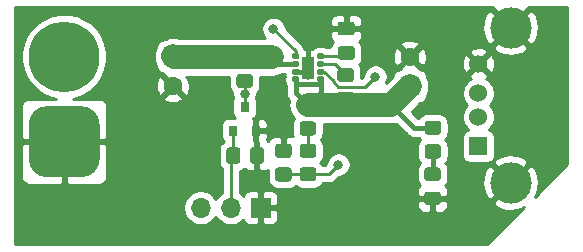
<source format=gbr>
%TF.GenerationSoftware,KiCad,Pcbnew,5.1.10*%
%TF.CreationDate,2021-11-10T11:09:16+01:00*%
%TF.ProjectId,Buck-Converter,4275636b-2d43-46f6-9e76-65727465722e,rev?*%
%TF.SameCoordinates,Original*%
%TF.FileFunction,Copper,L1,Top*%
%TF.FilePolarity,Positive*%
%FSLAX46Y46*%
G04 Gerber Fmt 4.6, Leading zero omitted, Abs format (unit mm)*
G04 Created by KiCad (PCBNEW 5.1.10) date 2021-11-10 11:09:16*
%MOMM*%
%LPD*%
G01*
G04 APERTURE LIST*
%TA.AperFunction,ComponentPad*%
%ADD10C,1.524000*%
%TD*%
%TA.AperFunction,ComponentPad*%
%ADD11R,1.524000X1.524000*%
%TD*%
%TA.AperFunction,ComponentPad*%
%ADD12C,3.500000*%
%TD*%
%TA.AperFunction,ComponentPad*%
%ADD13C,0.500000*%
%TD*%
%TA.AperFunction,SMDPad,CuDef*%
%ADD14R,1.100000X1.900000*%
%TD*%
%TA.AperFunction,SMDPad,CuDef*%
%ADD15R,0.800000X0.900000*%
%TD*%
%TA.AperFunction,ComponentPad*%
%ADD16C,6.000000*%
%TD*%
%TA.AperFunction,ComponentPad*%
%ADD17O,1.700000X1.700000*%
%TD*%
%TA.AperFunction,ComponentPad*%
%ADD18R,1.700000X1.700000*%
%TD*%
%TA.AperFunction,ComponentPad*%
%ADD19C,1.600000*%
%TD*%
%TA.AperFunction,ComponentPad*%
%ADD20R,1.600000X1.600000*%
%TD*%
%TA.AperFunction,ViaPad*%
%ADD21C,0.800000*%
%TD*%
%TA.AperFunction,Conductor*%
%ADD22C,0.400000*%
%TD*%
%TA.AperFunction,Conductor*%
%ADD23C,2.000000*%
%TD*%
%TA.AperFunction,Conductor*%
%ADD24C,0.250000*%
%TD*%
%TA.AperFunction,Conductor*%
%ADD25C,0.254000*%
%TD*%
%TA.AperFunction,Conductor*%
%ADD26C,0.100000*%
%TD*%
G04 APERTURE END LIST*
D10*
%TO.P,J3,4*%
%TO.N,GND*%
X126360000Y-71440000D03*
%TO.P,J3,3*%
%TO.N,Net-(J3-Pad3)*%
X126360000Y-73940000D03*
%TO.P,J3,2*%
%TO.N,Net-(J3-Pad2)*%
X126360000Y-75940000D03*
D11*
%TO.P,J3,1*%
%TO.N,Net-(C3-Pad1)*%
X126360000Y-78440000D03*
D12*
%TO.P,J3,5*%
%TO.N,GND*%
X129070000Y-81510000D03*
X129070000Y-68370000D03*
%TD*%
D13*
%TO.P,U1,9*%
%TO.N,GND*%
X111940000Y-72540000D03*
X111940000Y-71790000D03*
X111940000Y-71040000D03*
D14*
X111940000Y-71790000D03*
%TO.P,U1,8*%
%TO.N,Net-(C2-Pad1)*%
%TA.AperFunction,SMDPad,CuDef*%
G36*
G01*
X112690000Y-70940000D02*
X112690000Y-70690000D01*
G75*
G02*
X112815000Y-70565000I125000J0D01*
G01*
X113190000Y-70565000D01*
G75*
G02*
X113315000Y-70690000I0J-125000D01*
G01*
X113315000Y-70940000D01*
G75*
G02*
X113190000Y-71065000I-125000J0D01*
G01*
X112815000Y-71065000D01*
G75*
G02*
X112690000Y-70940000I0J125000D01*
G01*
G37*
%TD.AperFunction*%
%TO.P,U1,7*%
%TO.N,Net-(J1-Pad3)*%
%TA.AperFunction,SMDPad,CuDef*%
G36*
G01*
X112690000Y-71590000D02*
X112690000Y-71340000D01*
G75*
G02*
X112815000Y-71215000I125000J0D01*
G01*
X113190000Y-71215000D01*
G75*
G02*
X113315000Y-71340000I0J-125000D01*
G01*
X113315000Y-71590000D01*
G75*
G02*
X113190000Y-71715000I-125000J0D01*
G01*
X112815000Y-71715000D01*
G75*
G02*
X112690000Y-71590000I0J125000D01*
G01*
G37*
%TD.AperFunction*%
%TO.P,U1,6*%
%TO.N,Net-(R4-Pad2)*%
%TA.AperFunction,SMDPad,CuDef*%
G36*
G01*
X112690000Y-72240000D02*
X112690000Y-71990000D01*
G75*
G02*
X112815000Y-71865000I125000J0D01*
G01*
X113190000Y-71865000D01*
G75*
G02*
X113315000Y-71990000I0J-125000D01*
G01*
X113315000Y-72240000D01*
G75*
G02*
X113190000Y-72365000I-125000J0D01*
G01*
X112815000Y-72365000D01*
G75*
G02*
X112690000Y-72240000I0J125000D01*
G01*
G37*
%TD.AperFunction*%
%TO.P,U1,5*%
%TO.N,Net-(C3-Pad1)*%
%TA.AperFunction,SMDPad,CuDef*%
G36*
G01*
X112690000Y-72890000D02*
X112690000Y-72640000D01*
G75*
G02*
X112815000Y-72515000I125000J0D01*
G01*
X113190000Y-72515000D01*
G75*
G02*
X113315000Y-72640000I0J-125000D01*
G01*
X113315000Y-72890000D01*
G75*
G02*
X113190000Y-73015000I-125000J0D01*
G01*
X112815000Y-73015000D01*
G75*
G02*
X112690000Y-72890000I0J125000D01*
G01*
G37*
%TD.AperFunction*%
%TO.P,U1,4*%
%TA.AperFunction,SMDPad,CuDef*%
G36*
G01*
X110565000Y-72890000D02*
X110565000Y-72640000D01*
G75*
G02*
X110690000Y-72515000I125000J0D01*
G01*
X111065000Y-72515000D01*
G75*
G02*
X111190000Y-72640000I0J-125000D01*
G01*
X111190000Y-72890000D01*
G75*
G02*
X111065000Y-73015000I-125000J0D01*
G01*
X110690000Y-73015000D01*
G75*
G02*
X110565000Y-72890000I0J125000D01*
G01*
G37*
%TD.AperFunction*%
%TO.P,U1,3*%
%TO.N,GND*%
%TA.AperFunction,SMDPad,CuDef*%
G36*
G01*
X110565000Y-72240000D02*
X110565000Y-71990000D01*
G75*
G02*
X110690000Y-71865000I125000J0D01*
G01*
X111065000Y-71865000D01*
G75*
G02*
X111190000Y-71990000I0J-125000D01*
G01*
X111190000Y-72240000D01*
G75*
G02*
X111065000Y-72365000I-125000J0D01*
G01*
X110690000Y-72365000D01*
G75*
G02*
X110565000Y-72240000I0J125000D01*
G01*
G37*
%TD.AperFunction*%
%TO.P,U1,2*%
%TO.N,Net-(C1-Pad1)*%
%TA.AperFunction,SMDPad,CuDef*%
G36*
G01*
X110565000Y-71590000D02*
X110565000Y-71340000D01*
G75*
G02*
X110690000Y-71215000I125000J0D01*
G01*
X111065000Y-71215000D01*
G75*
G02*
X111190000Y-71340000I0J-125000D01*
G01*
X111190000Y-71590000D01*
G75*
G02*
X111065000Y-71715000I-125000J0D01*
G01*
X110690000Y-71715000D01*
G75*
G02*
X110565000Y-71590000I0J125000D01*
G01*
G37*
%TD.AperFunction*%
%TO.P,U1,1*%
%TO.N,Net-(Q1-Pad3)*%
%TA.AperFunction,SMDPad,CuDef*%
G36*
G01*
X110565000Y-70940000D02*
X110565000Y-70690000D01*
G75*
G02*
X110690000Y-70565000I125000J0D01*
G01*
X111065000Y-70565000D01*
G75*
G02*
X111190000Y-70690000I0J-125000D01*
G01*
X111190000Y-70940000D01*
G75*
G02*
X111065000Y-71065000I-125000J0D01*
G01*
X110690000Y-71065000D01*
G75*
G02*
X110565000Y-70940000I0J125000D01*
G01*
G37*
%TD.AperFunction*%
%TD*%
%TO.P,R7,2*%
%TO.N,Net-(D1-Pad2)*%
%TA.AperFunction,SMDPad,CuDef*%
G36*
G01*
X122039999Y-78260000D02*
X122940001Y-78260000D01*
G75*
G02*
X123190000Y-78509999I0J-249999D01*
G01*
X123190000Y-79210001D01*
G75*
G02*
X122940001Y-79460000I-249999J0D01*
G01*
X122039999Y-79460000D01*
G75*
G02*
X121790000Y-79210001I0J249999D01*
G01*
X121790000Y-78509999D01*
G75*
G02*
X122039999Y-78260000I249999J0D01*
G01*
G37*
%TD.AperFunction*%
%TO.P,R7,1*%
%TO.N,Net-(C3-Pad1)*%
%TA.AperFunction,SMDPad,CuDef*%
G36*
G01*
X122039999Y-76260000D02*
X122940001Y-76260000D01*
G75*
G02*
X123190000Y-76509999I0J-249999D01*
G01*
X123190000Y-77210001D01*
G75*
G02*
X122940001Y-77460000I-249999J0D01*
G01*
X122039999Y-77460000D01*
G75*
G02*
X121790000Y-77210001I0J249999D01*
G01*
X121790000Y-76509999D01*
G75*
G02*
X122039999Y-76260000I249999J0D01*
G01*
G37*
%TD.AperFunction*%
%TD*%
%TO.P,R6,2*%
%TO.N,Net-(J1-Pad3)*%
%TA.AperFunction,SMDPad,CuDef*%
G36*
G01*
X115560001Y-73000000D02*
X114659999Y-73000000D01*
G75*
G02*
X114410000Y-72750001I0J249999D01*
G01*
X114410000Y-72049999D01*
G75*
G02*
X114659999Y-71800000I249999J0D01*
G01*
X115560001Y-71800000D01*
G75*
G02*
X115810000Y-72049999I0J-249999D01*
G01*
X115810000Y-72750001D01*
G75*
G02*
X115560001Y-73000000I-249999J0D01*
G01*
G37*
%TD.AperFunction*%
%TO.P,R6,1*%
%TO.N,Net-(C3-Pad1)*%
%TA.AperFunction,SMDPad,CuDef*%
G36*
G01*
X115560001Y-75000000D02*
X114659999Y-75000000D01*
G75*
G02*
X114410000Y-74750001I0J249999D01*
G01*
X114410000Y-74049999D01*
G75*
G02*
X114659999Y-73800000I249999J0D01*
G01*
X115560001Y-73800000D01*
G75*
G02*
X115810000Y-74049999I0J-249999D01*
G01*
X115810000Y-74750001D01*
G75*
G02*
X115560001Y-75000000I-249999J0D01*
G01*
G37*
%TD.AperFunction*%
%TD*%
%TO.P,R5,2*%
%TO.N,GND*%
%TA.AperFunction,SMDPad,CuDef*%
G36*
G01*
X110290001Y-79410000D02*
X109389999Y-79410000D01*
G75*
G02*
X109140000Y-79160001I0J249999D01*
G01*
X109140000Y-78459999D01*
G75*
G02*
X109389999Y-78210000I249999J0D01*
G01*
X110290001Y-78210000D01*
G75*
G02*
X110540000Y-78459999I0J-249999D01*
G01*
X110540000Y-79160001D01*
G75*
G02*
X110290001Y-79410000I-249999J0D01*
G01*
G37*
%TD.AperFunction*%
%TO.P,R5,1*%
%TO.N,Net-(R4-Pad2)*%
%TA.AperFunction,SMDPad,CuDef*%
G36*
G01*
X110290001Y-81410000D02*
X109389999Y-81410000D01*
G75*
G02*
X109140000Y-81160001I0J249999D01*
G01*
X109140000Y-80459999D01*
G75*
G02*
X109389999Y-80210000I249999J0D01*
G01*
X110290001Y-80210000D01*
G75*
G02*
X110540000Y-80459999I0J-249999D01*
G01*
X110540000Y-81160001D01*
G75*
G02*
X110290001Y-81410000I-249999J0D01*
G01*
G37*
%TD.AperFunction*%
%TD*%
%TO.P,R4,2*%
%TO.N,Net-(R4-Pad2)*%
%TA.AperFunction,SMDPad,CuDef*%
G36*
G01*
X111469999Y-80200000D02*
X112370001Y-80200000D01*
G75*
G02*
X112620000Y-80449999I0J-249999D01*
G01*
X112620000Y-81150001D01*
G75*
G02*
X112370001Y-81400000I-249999J0D01*
G01*
X111469999Y-81400000D01*
G75*
G02*
X111220000Y-81150001I0J249999D01*
G01*
X111220000Y-80449999D01*
G75*
G02*
X111469999Y-80200000I249999J0D01*
G01*
G37*
%TD.AperFunction*%
%TO.P,R4,1*%
%TO.N,Net-(R3-Pad2)*%
%TA.AperFunction,SMDPad,CuDef*%
G36*
G01*
X111469999Y-78200000D02*
X112370001Y-78200000D01*
G75*
G02*
X112620000Y-78449999I0J-249999D01*
G01*
X112620000Y-79150001D01*
G75*
G02*
X112370001Y-79400000I-249999J0D01*
G01*
X111469999Y-79400000D01*
G75*
G02*
X111220000Y-79150001I0J249999D01*
G01*
X111220000Y-78449999D01*
G75*
G02*
X111469999Y-78200000I249999J0D01*
G01*
G37*
%TD.AperFunction*%
%TD*%
%TO.P,R3,2*%
%TO.N,Net-(R3-Pad2)*%
%TA.AperFunction,SMDPad,CuDef*%
G36*
G01*
X111459999Y-76320000D02*
X112360001Y-76320000D01*
G75*
G02*
X112610000Y-76569999I0J-249999D01*
G01*
X112610000Y-77270001D01*
G75*
G02*
X112360001Y-77520000I-249999J0D01*
G01*
X111459999Y-77520000D01*
G75*
G02*
X111210000Y-77270001I0J249999D01*
G01*
X111210000Y-76569999D01*
G75*
G02*
X111459999Y-76320000I249999J0D01*
G01*
G37*
%TD.AperFunction*%
%TO.P,R3,1*%
%TO.N,Net-(C3-Pad1)*%
%TA.AperFunction,SMDPad,CuDef*%
G36*
G01*
X111459999Y-74320000D02*
X112360001Y-74320000D01*
G75*
G02*
X112610000Y-74569999I0J-249999D01*
G01*
X112610000Y-75270001D01*
G75*
G02*
X112360001Y-75520000I-249999J0D01*
G01*
X111459999Y-75520000D01*
G75*
G02*
X111210000Y-75270001I0J249999D01*
G01*
X111210000Y-74569999D01*
G75*
G02*
X111459999Y-74320000I249999J0D01*
G01*
G37*
%TD.AperFunction*%
%TD*%
%TO.P,R2,2*%
%TO.N,Net-(Q1-Pad3)*%
%TA.AperFunction,SMDPad,CuDef*%
G36*
G01*
X106109999Y-72300000D02*
X107010001Y-72300000D01*
G75*
G02*
X107260000Y-72549999I0J-249999D01*
G01*
X107260000Y-73250001D01*
G75*
G02*
X107010001Y-73500000I-249999J0D01*
G01*
X106109999Y-73500000D01*
G75*
G02*
X105860000Y-73250001I0J249999D01*
G01*
X105860000Y-72549999D01*
G75*
G02*
X106109999Y-72300000I249999J0D01*
G01*
G37*
%TD.AperFunction*%
%TO.P,R2,1*%
%TO.N,Net-(C1-Pad1)*%
%TA.AperFunction,SMDPad,CuDef*%
G36*
G01*
X106109999Y-70300000D02*
X107010001Y-70300000D01*
G75*
G02*
X107260000Y-70549999I0J-249999D01*
G01*
X107260000Y-71250001D01*
G75*
G02*
X107010001Y-71500000I-249999J0D01*
G01*
X106109999Y-71500000D01*
G75*
G02*
X105860000Y-71250001I0J249999D01*
G01*
X105860000Y-70549999D01*
G75*
G02*
X106109999Y-70300000I249999J0D01*
G01*
G37*
%TD.AperFunction*%
%TD*%
%TO.P,R1,2*%
%TO.N,GND*%
%TA.AperFunction,SMDPad,CuDef*%
G36*
G01*
X107000000Y-79660001D02*
X107000000Y-78759999D01*
G75*
G02*
X107249999Y-78510000I249999J0D01*
G01*
X107950001Y-78510000D01*
G75*
G02*
X108200000Y-78759999I0J-249999D01*
G01*
X108200000Y-79660001D01*
G75*
G02*
X107950001Y-79910000I-249999J0D01*
G01*
X107249999Y-79910000D01*
G75*
G02*
X107000000Y-79660001I0J249999D01*
G01*
G37*
%TD.AperFunction*%
%TO.P,R1,1*%
%TO.N,Net-(J1-Pad2)*%
%TA.AperFunction,SMDPad,CuDef*%
G36*
G01*
X105000000Y-79660001D02*
X105000000Y-78759999D01*
G75*
G02*
X105249999Y-78510000I249999J0D01*
G01*
X105950001Y-78510000D01*
G75*
G02*
X106200000Y-78759999I0J-249999D01*
G01*
X106200000Y-79660001D01*
G75*
G02*
X105950001Y-79910000I-249999J0D01*
G01*
X105249999Y-79910000D01*
G75*
G02*
X105000000Y-79660001I0J249999D01*
G01*
G37*
%TD.AperFunction*%
%TD*%
D15*
%TO.P,Q1,3*%
%TO.N,Net-(Q1-Pad3)*%
X106550000Y-75090000D03*
%TO.P,Q1,2*%
%TO.N,GND*%
X107500000Y-77090000D03*
%TO.P,Q1,1*%
%TO.N,Net-(J1-Pad2)*%
X105600000Y-77090000D03*
%TD*%
%TO.P,J2,1*%
%TO.N,GND*%
%TA.AperFunction,ComponentPad*%
G36*
G01*
X92780000Y-81040000D02*
X89780000Y-81040000D01*
G75*
G02*
X88280000Y-79540000I0J1500000D01*
G01*
X88280000Y-76540000D01*
G75*
G02*
X89780000Y-75040000I1500000J0D01*
G01*
X92780000Y-75040000D01*
G75*
G02*
X94280000Y-76540000I0J-1500000D01*
G01*
X94280000Y-79540000D01*
G75*
G02*
X92780000Y-81040000I-1500000J0D01*
G01*
G37*
%TD.AperFunction*%
D16*
%TO.P,J2,2*%
%TO.N,Net-(C1-Pad1)*%
X91280000Y-70840000D03*
%TD*%
D17*
%TO.P,J1,3*%
%TO.N,Net-(J1-Pad3)*%
X102840000Y-83630000D03*
%TO.P,J1,2*%
%TO.N,Net-(J1-Pad2)*%
X105380000Y-83630000D03*
D18*
%TO.P,J1,1*%
%TO.N,GND*%
X107920000Y-83630000D03*
%TD*%
%TO.P,D1,2*%
%TO.N,Net-(D1-Pad2)*%
%TA.AperFunction,SMDPad,CuDef*%
G36*
G01*
X122920001Y-81360000D02*
X122019999Y-81360000D01*
G75*
G02*
X121770000Y-81110001I0J249999D01*
G01*
X121770000Y-80459999D01*
G75*
G02*
X122019999Y-80210000I249999J0D01*
G01*
X122920001Y-80210000D01*
G75*
G02*
X123170000Y-80459999I0J-249999D01*
G01*
X123170000Y-81110001D01*
G75*
G02*
X122920001Y-81360000I-249999J0D01*
G01*
G37*
%TD.AperFunction*%
%TO.P,D1,1*%
%TO.N,GND*%
%TA.AperFunction,SMDPad,CuDef*%
G36*
G01*
X122920001Y-83410000D02*
X122019999Y-83410000D01*
G75*
G02*
X121770000Y-83160001I0J249999D01*
G01*
X121770000Y-82509999D01*
G75*
G02*
X122019999Y-82260000I249999J0D01*
G01*
X122920001Y-82260000D01*
G75*
G02*
X123170000Y-82509999I0J-249999D01*
G01*
X123170000Y-83160001D01*
G75*
G02*
X122920001Y-83410000I-249999J0D01*
G01*
G37*
%TD.AperFunction*%
%TD*%
D19*
%TO.P,C3,2*%
%TO.N,GND*%
X120550000Y-70830000D03*
D20*
%TO.P,C3,1*%
%TO.N,Net-(C3-Pad1)*%
X120550000Y-73330000D03*
%TD*%
%TO.P,C2,2*%
%TO.N,GND*%
%TA.AperFunction,SMDPad,CuDef*%
G36*
G01*
X115635000Y-69040000D02*
X114685000Y-69040000D01*
G75*
G02*
X114435000Y-68790000I0J250000D01*
G01*
X114435000Y-68115000D01*
G75*
G02*
X114685000Y-67865000I250000J0D01*
G01*
X115635000Y-67865000D01*
G75*
G02*
X115885000Y-68115000I0J-250000D01*
G01*
X115885000Y-68790000D01*
G75*
G02*
X115635000Y-69040000I-250000J0D01*
G01*
G37*
%TD.AperFunction*%
%TO.P,C2,1*%
%TO.N,Net-(C2-Pad1)*%
%TA.AperFunction,SMDPad,CuDef*%
G36*
G01*
X115635000Y-71115000D02*
X114685000Y-71115000D01*
G75*
G02*
X114435000Y-70865000I0J250000D01*
G01*
X114435000Y-70190000D01*
G75*
G02*
X114685000Y-69940000I250000J0D01*
G01*
X115635000Y-69940000D01*
G75*
G02*
X115885000Y-70190000I0J-250000D01*
G01*
X115885000Y-70865000D01*
G75*
G02*
X115635000Y-71115000I-250000J0D01*
G01*
G37*
%TD.AperFunction*%
%TD*%
D19*
%TO.P,C1,2*%
%TO.N,GND*%
X100490000Y-73320000D03*
D20*
%TO.P,C1,1*%
%TO.N,Net-(C1-Pad1)*%
X100490000Y-70820000D03*
%TD*%
D21*
%TO.N,Net-(J1-Pad3)*%
X115110000Y-72400000D03*
%TO.N,Net-(Q1-Pad3)*%
X109000000Y-68490000D03*
X106550000Y-73960000D03*
%TO.N,Net-(R4-Pad2)*%
X117630000Y-72520000D03*
X114500000Y-79970000D03*
%TD*%
D22*
%TO.N,GND*%
X111615000Y-72115000D02*
X111940000Y-71790000D01*
X110877500Y-72115000D02*
X111615000Y-72115000D01*
X111940000Y-71790000D02*
X111940000Y-69270000D01*
X112757500Y-68452500D02*
X115160000Y-68452500D01*
X111940000Y-69270000D02*
X112757500Y-68452500D01*
%TO.N,Net-(C1-Pad1)*%
X107125000Y-71465000D02*
X106560000Y-70900000D01*
X110877500Y-71465000D02*
X107125000Y-71465000D01*
D23*
X100570000Y-70900000D02*
X100490000Y-70820000D01*
X106560000Y-70900000D02*
X100570000Y-70900000D01*
X106560000Y-70900000D02*
X108880000Y-70900000D01*
D24*
%TO.N,Net-(C2-Pad1)*%
X114872500Y-70815000D02*
X115160000Y-70527500D01*
X113002500Y-70815000D02*
X114872500Y-70815000D01*
D22*
%TO.N,Net-(C3-Pad1)*%
X113002500Y-73015000D02*
X113002500Y-72765000D01*
X112827499Y-73190001D02*
X113002500Y-73015000D01*
X111052501Y-73190001D02*
X112827499Y-73190001D01*
X110877500Y-73015000D02*
X111052501Y-73190001D01*
X110877500Y-72765000D02*
X110877500Y-73015000D01*
D23*
X118960000Y-74920000D02*
X111910000Y-74920000D01*
X120550000Y-73330000D02*
X118960000Y-74920000D01*
D22*
X120900000Y-76860000D02*
X118960000Y-74920000D01*
X122490000Y-76860000D02*
X120900000Y-76860000D01*
X110877500Y-73887500D02*
X110877500Y-72765000D01*
X111910000Y-74920000D02*
X110877500Y-73887500D01*
X113002500Y-73827500D02*
X113002500Y-72765000D01*
X111910000Y-74920000D02*
X113002500Y-73827500D01*
%TO.N,Net-(D1-Pad2)*%
X122490000Y-80765000D02*
X122470000Y-80785000D01*
X122490000Y-78860000D02*
X122490000Y-80765000D01*
D24*
%TO.N,Net-(J1-Pad3)*%
X114175000Y-71465000D02*
X115110000Y-72400000D01*
X113002500Y-71465000D02*
X114175000Y-71465000D01*
X115110000Y-72400000D02*
X115110000Y-72400000D01*
%TO.N,Net-(J1-Pad2)*%
X105600000Y-77090000D02*
X105600000Y-79210000D01*
X105380000Y-79430000D02*
X105600000Y-79210000D01*
X105380000Y-83630000D02*
X105380000Y-79430000D01*
%TO.N,Net-(Q1-Pad3)*%
X110877500Y-70815000D02*
X110877500Y-70367500D01*
X110877500Y-70367500D02*
X109000000Y-68490000D01*
X109000000Y-68490000D02*
X109000000Y-68490000D01*
X106550000Y-72910000D02*
X106560000Y-72900000D01*
X106550000Y-75090000D02*
X106550000Y-73960000D01*
X106550000Y-73960000D02*
X106550000Y-72910000D01*
%TO.N,Net-(R3-Pad2)*%
X111920000Y-76930000D02*
X111910000Y-76920000D01*
X111920000Y-78800000D02*
X111920000Y-76930000D01*
%TO.N,Net-(R4-Pad2)*%
X114084990Y-72988180D02*
X114476810Y-73380000D01*
X114084990Y-72884990D02*
X114084990Y-72988180D01*
X113315000Y-72115000D02*
X114084990Y-72884990D01*
X113002500Y-72115000D02*
X113315000Y-72115000D01*
X114476810Y-73380000D02*
X116770000Y-73380000D01*
X116770000Y-73380000D02*
X117630000Y-72520000D01*
X117630000Y-72520000D02*
X117630000Y-72520000D01*
X113670000Y-80800000D02*
X114500000Y-79970000D01*
X111920000Y-80800000D02*
X113670000Y-80800000D01*
X111910000Y-80810000D02*
X111920000Y-80800000D01*
X109840000Y-80810000D02*
X111910000Y-80810000D01*
%TD*%
D25*
%TO.N,GND*%
X127579997Y-66700391D02*
X129070000Y-68190395D01*
X130560003Y-66700391D01*
X130532518Y-66650000D01*
X133890000Y-66650000D01*
X133890001Y-79946618D01*
X131142918Y-82693701D01*
X131296513Y-82396591D01*
X131426696Y-81945185D01*
X131466313Y-81477054D01*
X131413842Y-81010189D01*
X131271297Y-80562532D01*
X131080766Y-80206073D01*
X130739609Y-80019997D01*
X129249605Y-81510000D01*
X129263748Y-81524142D01*
X129084142Y-81703748D01*
X129070000Y-81689605D01*
X127579997Y-83179609D01*
X127766073Y-83520766D01*
X128183409Y-83736513D01*
X128634815Y-83866696D01*
X129102946Y-83906313D01*
X129569811Y-83853842D01*
X130017468Y-83711297D01*
X130249169Y-83587450D01*
X127096620Y-86740000D01*
X87150000Y-86740000D01*
X87150000Y-81040000D01*
X87641928Y-81040000D01*
X87654188Y-81164482D01*
X87690498Y-81284180D01*
X87749463Y-81394494D01*
X87828815Y-81491185D01*
X87925506Y-81570537D01*
X88035820Y-81629502D01*
X88155518Y-81665812D01*
X88280000Y-81678072D01*
X90994250Y-81675000D01*
X91153000Y-81516250D01*
X91153000Y-78167000D01*
X91407000Y-78167000D01*
X91407000Y-81516250D01*
X91565750Y-81675000D01*
X94280000Y-81678072D01*
X94404482Y-81665812D01*
X94524180Y-81629502D01*
X94634494Y-81570537D01*
X94731185Y-81491185D01*
X94810537Y-81394494D01*
X94869502Y-81284180D01*
X94905812Y-81164482D01*
X94918072Y-81040000D01*
X94915000Y-78325750D01*
X94756250Y-78167000D01*
X91407000Y-78167000D01*
X91153000Y-78167000D01*
X87803750Y-78167000D01*
X87645000Y-78325750D01*
X87641928Y-81040000D01*
X87150000Y-81040000D01*
X87150000Y-75040000D01*
X87641928Y-75040000D01*
X87645000Y-77754250D01*
X87803750Y-77913000D01*
X91153000Y-77913000D01*
X91153000Y-77893000D01*
X91407000Y-77893000D01*
X91407000Y-77913000D01*
X94756250Y-77913000D01*
X94915000Y-77754250D01*
X94918072Y-75040000D01*
X94905812Y-74915518D01*
X94869502Y-74795820D01*
X94810537Y-74685506D01*
X94731185Y-74588815D01*
X94634494Y-74509463D01*
X94524180Y-74450498D01*
X94404482Y-74414188D01*
X94280000Y-74401928D01*
X91992357Y-74404517D01*
X92340290Y-74335309D01*
X92394868Y-74312702D01*
X99676903Y-74312702D01*
X99748486Y-74556671D01*
X100003996Y-74677571D01*
X100278184Y-74746300D01*
X100560512Y-74760217D01*
X100840130Y-74718787D01*
X101106292Y-74623603D01*
X101231514Y-74556671D01*
X101303097Y-74312702D01*
X100490000Y-73499605D01*
X99676903Y-74312702D01*
X92394868Y-74312702D01*
X93001818Y-74061295D01*
X93597177Y-73663489D01*
X93870154Y-73390512D01*
X99049783Y-73390512D01*
X99091213Y-73670130D01*
X99186397Y-73936292D01*
X99253329Y-74061514D01*
X99497298Y-74133097D01*
X100310395Y-73320000D01*
X99497298Y-72506903D01*
X99253329Y-72578486D01*
X99132429Y-72833996D01*
X99063700Y-73108184D01*
X99049783Y-73390512D01*
X93870154Y-73390512D01*
X94103489Y-73157177D01*
X94501295Y-72561818D01*
X94775309Y-71900290D01*
X94915000Y-71198016D01*
X94915000Y-70820000D01*
X98847089Y-70820000D01*
X98878658Y-71140516D01*
X98972148Y-71448714D01*
X99051928Y-71597971D01*
X99051928Y-71620000D01*
X99064188Y-71744482D01*
X99100498Y-71864180D01*
X99159463Y-71974494D01*
X99238815Y-72071185D01*
X99335506Y-72150537D01*
X99445820Y-72209502D01*
X99565518Y-72245812D01*
X99641761Y-72253321D01*
X99657248Y-72266031D01*
X99689778Y-72283418D01*
X99676903Y-72327298D01*
X100490000Y-73140395D01*
X100504143Y-73126253D01*
X100683748Y-73305858D01*
X100669605Y-73320000D01*
X101482702Y-74133097D01*
X101726671Y-74061514D01*
X101847571Y-73806004D01*
X101916300Y-73531816D01*
X101930217Y-73249488D01*
X101888787Y-72969870D01*
X101793603Y-72703708D01*
X101726671Y-72578486D01*
X101578462Y-72535000D01*
X105223405Y-72535000D01*
X105221928Y-72549999D01*
X105221928Y-73250001D01*
X105238992Y-73423255D01*
X105289528Y-73589851D01*
X105371595Y-73743387D01*
X105482038Y-73877962D01*
X105515000Y-73905013D01*
X105515000Y-74061939D01*
X105554774Y-74261898D01*
X105588527Y-74343383D01*
X105560498Y-74395820D01*
X105524188Y-74515518D01*
X105511928Y-74640000D01*
X105511928Y-75540000D01*
X105524188Y-75664482D01*
X105560498Y-75784180D01*
X105619463Y-75894494D01*
X105698815Y-75991185D01*
X105711905Y-76001928D01*
X105200000Y-76001928D01*
X105075518Y-76014188D01*
X104955820Y-76050498D01*
X104845506Y-76109463D01*
X104748815Y-76188815D01*
X104669463Y-76285506D01*
X104610498Y-76395820D01*
X104574188Y-76515518D01*
X104561928Y-76640000D01*
X104561928Y-77540000D01*
X104574188Y-77664482D01*
X104610498Y-77784180D01*
X104669463Y-77894494D01*
X104748815Y-77991185D01*
X104774330Y-78012125D01*
X104756613Y-78021595D01*
X104622038Y-78132038D01*
X104511595Y-78266613D01*
X104429528Y-78420149D01*
X104378992Y-78586745D01*
X104361928Y-78759999D01*
X104361928Y-79660001D01*
X104378992Y-79833255D01*
X104429528Y-79999851D01*
X104511595Y-80153387D01*
X104620001Y-80285480D01*
X104620000Y-82351821D01*
X104433368Y-82476525D01*
X104226525Y-82683368D01*
X104110000Y-82857760D01*
X103993475Y-82683368D01*
X103786632Y-82476525D01*
X103543411Y-82314010D01*
X103273158Y-82202068D01*
X102986260Y-82145000D01*
X102693740Y-82145000D01*
X102406842Y-82202068D01*
X102136589Y-82314010D01*
X101893368Y-82476525D01*
X101686525Y-82683368D01*
X101524010Y-82926589D01*
X101412068Y-83196842D01*
X101355000Y-83483740D01*
X101355000Y-83776260D01*
X101412068Y-84063158D01*
X101524010Y-84333411D01*
X101686525Y-84576632D01*
X101893368Y-84783475D01*
X102136589Y-84945990D01*
X102406842Y-85057932D01*
X102693740Y-85115000D01*
X102986260Y-85115000D01*
X103273158Y-85057932D01*
X103543411Y-84945990D01*
X103786632Y-84783475D01*
X103993475Y-84576632D01*
X104110000Y-84402240D01*
X104226525Y-84576632D01*
X104433368Y-84783475D01*
X104676589Y-84945990D01*
X104946842Y-85057932D01*
X105233740Y-85115000D01*
X105526260Y-85115000D01*
X105813158Y-85057932D01*
X106083411Y-84945990D01*
X106326632Y-84783475D01*
X106458487Y-84651620D01*
X106480498Y-84724180D01*
X106539463Y-84834494D01*
X106618815Y-84931185D01*
X106715506Y-85010537D01*
X106825820Y-85069502D01*
X106945518Y-85105812D01*
X107070000Y-85118072D01*
X107634250Y-85115000D01*
X107793000Y-84956250D01*
X107793000Y-83757000D01*
X108047000Y-83757000D01*
X108047000Y-84956250D01*
X108205750Y-85115000D01*
X108770000Y-85118072D01*
X108894482Y-85105812D01*
X109014180Y-85069502D01*
X109124494Y-85010537D01*
X109221185Y-84931185D01*
X109300537Y-84834494D01*
X109359502Y-84724180D01*
X109395812Y-84604482D01*
X109408072Y-84480000D01*
X109405000Y-83915750D01*
X109246250Y-83757000D01*
X108047000Y-83757000D01*
X107793000Y-83757000D01*
X107773000Y-83757000D01*
X107773000Y-83503000D01*
X107793000Y-83503000D01*
X107793000Y-82303750D01*
X108047000Y-82303750D01*
X108047000Y-83503000D01*
X109246250Y-83503000D01*
X109339250Y-83410000D01*
X121131928Y-83410000D01*
X121144188Y-83534482D01*
X121180498Y-83654180D01*
X121239463Y-83764494D01*
X121318815Y-83861185D01*
X121415506Y-83940537D01*
X121525820Y-83999502D01*
X121645518Y-84035812D01*
X121770000Y-84048072D01*
X122184250Y-84045000D01*
X122343000Y-83886250D01*
X122343000Y-82962000D01*
X122597000Y-82962000D01*
X122597000Y-83886250D01*
X122755750Y-84045000D01*
X123170000Y-84048072D01*
X123294482Y-84035812D01*
X123414180Y-83999502D01*
X123524494Y-83940537D01*
X123621185Y-83861185D01*
X123700537Y-83764494D01*
X123759502Y-83654180D01*
X123795812Y-83534482D01*
X123808072Y-83410000D01*
X123805000Y-83120750D01*
X123646250Y-82962000D01*
X122597000Y-82962000D01*
X122343000Y-82962000D01*
X121293750Y-82962000D01*
X121135000Y-83120750D01*
X121131928Y-83410000D01*
X109339250Y-83410000D01*
X109405000Y-83344250D01*
X109408072Y-82780000D01*
X109395812Y-82655518D01*
X109359502Y-82535820D01*
X109300537Y-82425506D01*
X109221185Y-82328815D01*
X109124494Y-82249463D01*
X109014180Y-82190498D01*
X108894482Y-82154188D01*
X108770000Y-82141928D01*
X108205750Y-82145000D01*
X108047000Y-82303750D01*
X107793000Y-82303750D01*
X107634250Y-82145000D01*
X107070000Y-82141928D01*
X106945518Y-82154188D01*
X106825820Y-82190498D01*
X106715506Y-82249463D01*
X106618815Y-82328815D01*
X106539463Y-82425506D01*
X106480498Y-82535820D01*
X106458487Y-82608380D01*
X106326632Y-82476525D01*
X106140000Y-82351822D01*
X106140000Y-80525928D01*
X106289851Y-80480472D01*
X106443387Y-80398405D01*
X106524637Y-80331724D01*
X106548815Y-80361185D01*
X106645506Y-80440537D01*
X106755820Y-80499502D01*
X106875518Y-80535812D01*
X107000000Y-80548072D01*
X107314250Y-80545000D01*
X107473000Y-80386250D01*
X107473000Y-79337000D01*
X107453000Y-79337000D01*
X107453000Y-79083000D01*
X107473000Y-79083000D01*
X107473000Y-78033750D01*
X107373000Y-77933750D01*
X107373000Y-77217000D01*
X107353000Y-77217000D01*
X107353000Y-76963000D01*
X107373000Y-76963000D01*
X107373000Y-76163750D01*
X107627000Y-76163750D01*
X107627000Y-76963000D01*
X108376250Y-76963000D01*
X108535000Y-76804250D01*
X108538072Y-76640000D01*
X108525812Y-76515518D01*
X108489502Y-76395820D01*
X108430537Y-76285506D01*
X108351185Y-76188815D01*
X108254494Y-76109463D01*
X108144180Y-76050498D01*
X108024482Y-76014188D01*
X107900000Y-76001928D01*
X107785750Y-76005000D01*
X107627000Y-76163750D01*
X107373000Y-76163750D01*
X107288393Y-76079143D01*
X107304494Y-76070537D01*
X107401185Y-75991185D01*
X107480537Y-75894494D01*
X107539502Y-75784180D01*
X107575812Y-75664482D01*
X107588072Y-75540000D01*
X107588072Y-74640000D01*
X107575812Y-74515518D01*
X107539502Y-74395820D01*
X107511473Y-74343383D01*
X107545226Y-74261898D01*
X107585000Y-74061939D01*
X107585000Y-73921427D01*
X107637962Y-73877962D01*
X107748405Y-73743387D01*
X107830472Y-73589851D01*
X107881008Y-73423255D01*
X107898072Y-73250001D01*
X107898072Y-72549999D01*
X107896595Y-72535000D01*
X108960322Y-72535000D01*
X109200516Y-72511343D01*
X109508715Y-72417852D01*
X109729200Y-72300000D01*
X110010662Y-72300000D01*
X109992188Y-72334562D01*
X109930000Y-72396750D01*
X109941271Y-72494367D01*
X109926928Y-72640000D01*
X109926928Y-72890000D01*
X109941590Y-73038868D01*
X109985013Y-73182015D01*
X110042501Y-73289566D01*
X110042500Y-73846481D01*
X110038460Y-73887500D01*
X110042500Y-73928518D01*
X110054582Y-74051188D01*
X110102328Y-74208586D01*
X110179864Y-74353645D01*
X110284209Y-74480791D01*
X110316079Y-74506946D01*
X110324250Y-74515117D01*
X110298657Y-74599484D01*
X110267089Y-74920000D01*
X110298657Y-75240516D01*
X110392148Y-75548715D01*
X110543969Y-75832752D01*
X110732847Y-76062902D01*
X110721595Y-76076613D01*
X110639528Y-76230149D01*
X110588992Y-76396745D01*
X110571928Y-76569999D01*
X110571928Y-77270001D01*
X110588992Y-77443255D01*
X110630735Y-77580864D01*
X110540000Y-77571928D01*
X110125750Y-77575000D01*
X109967000Y-77733750D01*
X109967000Y-78683000D01*
X109987000Y-78683000D01*
X109987000Y-78937000D01*
X109967000Y-78937000D01*
X109967000Y-78957000D01*
X109713000Y-78957000D01*
X109713000Y-78937000D01*
X109693000Y-78937000D01*
X109693000Y-78683000D01*
X109713000Y-78683000D01*
X109713000Y-77733750D01*
X109554250Y-77575000D01*
X109140000Y-77571928D01*
X109015518Y-77584188D01*
X108895820Y-77620498D01*
X108785506Y-77679463D01*
X108688815Y-77758815D01*
X108609463Y-77855506D01*
X108550498Y-77965820D01*
X108547494Y-77975722D01*
X108444180Y-77920498D01*
X108416169Y-77912001D01*
X108430537Y-77894494D01*
X108489502Y-77784180D01*
X108525812Y-77664482D01*
X108538072Y-77540000D01*
X108535000Y-77375750D01*
X108376250Y-77217000D01*
X107627000Y-77217000D01*
X107627000Y-78016250D01*
X107727000Y-78116250D01*
X107727000Y-79083000D01*
X107747000Y-79083000D01*
X107747000Y-79337000D01*
X107727000Y-79337000D01*
X107727000Y-80386250D01*
X107885750Y-80545000D01*
X108200000Y-80548072D01*
X108324482Y-80535812D01*
X108444180Y-80499502D01*
X108501928Y-80468635D01*
X108501928Y-81160001D01*
X108518992Y-81333255D01*
X108569528Y-81499851D01*
X108651595Y-81653387D01*
X108762038Y-81787962D01*
X108896613Y-81898405D01*
X109050149Y-81980472D01*
X109216745Y-82031008D01*
X109389999Y-82048072D01*
X110290001Y-82048072D01*
X110463255Y-82031008D01*
X110629851Y-81980472D01*
X110783387Y-81898405D01*
X110886093Y-81814117D01*
X110976613Y-81888405D01*
X111130149Y-81970472D01*
X111296745Y-82021008D01*
X111469999Y-82038072D01*
X112370001Y-82038072D01*
X112543255Y-82021008D01*
X112709851Y-81970472D01*
X112863387Y-81888405D01*
X112997962Y-81777962D01*
X113108405Y-81643387D01*
X113152976Y-81560000D01*
X113632678Y-81560000D01*
X113670000Y-81563676D01*
X113707322Y-81560000D01*
X113707333Y-81560000D01*
X113818986Y-81549003D01*
X113962247Y-81505546D01*
X114094276Y-81434974D01*
X114210001Y-81340001D01*
X114233803Y-81310998D01*
X114539801Y-81005000D01*
X114601939Y-81005000D01*
X114801898Y-80965226D01*
X114990256Y-80887205D01*
X115159774Y-80773937D01*
X115303937Y-80629774D01*
X115417205Y-80460256D01*
X115495226Y-80271898D01*
X115535000Y-80071939D01*
X115535000Y-79868061D01*
X115495226Y-79668102D01*
X115417205Y-79479744D01*
X115303937Y-79310226D01*
X115159774Y-79166063D01*
X114990256Y-79052795D01*
X114801898Y-78974774D01*
X114601939Y-78935000D01*
X114398061Y-78935000D01*
X114198102Y-78974774D01*
X114009744Y-79052795D01*
X113840226Y-79166063D01*
X113696063Y-79310226D01*
X113582795Y-79479744D01*
X113504774Y-79668102D01*
X113465000Y-79868061D01*
X113465000Y-79930199D01*
X113355199Y-80040000D01*
X113152976Y-80040000D01*
X113108405Y-79956613D01*
X112997962Y-79822038D01*
X112971109Y-79800000D01*
X112997962Y-79777962D01*
X113108405Y-79643387D01*
X113190472Y-79489851D01*
X113241008Y-79323255D01*
X113258072Y-79150001D01*
X113258072Y-78449999D01*
X113241008Y-78276745D01*
X113190472Y-78110149D01*
X113108405Y-77956613D01*
X113024117Y-77853907D01*
X113098405Y-77763387D01*
X113180472Y-77609851D01*
X113231008Y-77443255D01*
X113248072Y-77270001D01*
X113248072Y-76569999D01*
X113246595Y-76555000D01*
X118879681Y-76555000D01*
X118960000Y-76562911D01*
X119040319Y-76555000D01*
X119040322Y-76555000D01*
X119280516Y-76531343D01*
X119364883Y-76505751D01*
X120280559Y-77421427D01*
X120306709Y-77453291D01*
X120433854Y-77557636D01*
X120578913Y-77635172D01*
X120736311Y-77682918D01*
X120858981Y-77695000D01*
X120858991Y-77695000D01*
X120899999Y-77699039D01*
X120941007Y-77695000D01*
X121297112Y-77695000D01*
X121301595Y-77703387D01*
X121412038Y-77837962D01*
X121438891Y-77860000D01*
X121412038Y-77882038D01*
X121301595Y-78016613D01*
X121219528Y-78170149D01*
X121168992Y-78336745D01*
X121151928Y-78509999D01*
X121151928Y-79210001D01*
X121168992Y-79383255D01*
X121219528Y-79549851D01*
X121301595Y-79703387D01*
X121401084Y-79824614D01*
X121392038Y-79832038D01*
X121281595Y-79966613D01*
X121199528Y-80120149D01*
X121148992Y-80286745D01*
X121131928Y-80459999D01*
X121131928Y-81110001D01*
X121148992Y-81283255D01*
X121199528Y-81449851D01*
X121281595Y-81603387D01*
X121392038Y-81737962D01*
X121398594Y-81743342D01*
X121318815Y-81808815D01*
X121239463Y-81905506D01*
X121180498Y-82015820D01*
X121144188Y-82135518D01*
X121131928Y-82260000D01*
X121135000Y-82549250D01*
X121293750Y-82708000D01*
X122343000Y-82708000D01*
X122343000Y-82688000D01*
X122597000Y-82688000D01*
X122597000Y-82708000D01*
X123646250Y-82708000D01*
X123805000Y-82549250D01*
X123808072Y-82260000D01*
X123795812Y-82135518D01*
X123759502Y-82015820D01*
X123700537Y-81905506D01*
X123621185Y-81808815D01*
X123541406Y-81743342D01*
X123547962Y-81737962D01*
X123658405Y-81603387D01*
X123690711Y-81542946D01*
X126673687Y-81542946D01*
X126726158Y-82009811D01*
X126868703Y-82457468D01*
X127059234Y-82813927D01*
X127400391Y-83000003D01*
X128890395Y-81510000D01*
X127400391Y-80019997D01*
X127059234Y-80206073D01*
X126843487Y-80623409D01*
X126713304Y-81074815D01*
X126673687Y-81542946D01*
X123690711Y-81542946D01*
X123740472Y-81449851D01*
X123791008Y-81283255D01*
X123808072Y-81110001D01*
X123808072Y-80459999D01*
X123791008Y-80286745D01*
X123740472Y-80120149D01*
X123658405Y-79966613D01*
X123558916Y-79845386D01*
X123565002Y-79840391D01*
X127579997Y-79840391D01*
X129070000Y-81330395D01*
X130560003Y-79840391D01*
X130373927Y-79499234D01*
X129956591Y-79283487D01*
X129505185Y-79153304D01*
X129037054Y-79113687D01*
X128570189Y-79166158D01*
X128122532Y-79308703D01*
X127766073Y-79499234D01*
X127579997Y-79840391D01*
X123565002Y-79840391D01*
X123567962Y-79837962D01*
X123678405Y-79703387D01*
X123760472Y-79549851D01*
X123811008Y-79383255D01*
X123828072Y-79210001D01*
X123828072Y-78509999D01*
X123811008Y-78336745D01*
X123760472Y-78170149D01*
X123678405Y-78016613D01*
X123567962Y-77882038D01*
X123541109Y-77860000D01*
X123567962Y-77837962D01*
X123678405Y-77703387D01*
X123691974Y-77678000D01*
X124959928Y-77678000D01*
X124959928Y-79202000D01*
X124972188Y-79326482D01*
X125008498Y-79446180D01*
X125067463Y-79556494D01*
X125146815Y-79653185D01*
X125243506Y-79732537D01*
X125353820Y-79791502D01*
X125473518Y-79827812D01*
X125598000Y-79840072D01*
X127122000Y-79840072D01*
X127246482Y-79827812D01*
X127366180Y-79791502D01*
X127476494Y-79732537D01*
X127573185Y-79653185D01*
X127652537Y-79556494D01*
X127711502Y-79446180D01*
X127747812Y-79326482D01*
X127760072Y-79202000D01*
X127760072Y-77678000D01*
X127747812Y-77553518D01*
X127711502Y-77433820D01*
X127652537Y-77323506D01*
X127573185Y-77226815D01*
X127476494Y-77147463D01*
X127366180Y-77088498D01*
X127246482Y-77052188D01*
X127214708Y-77049059D01*
X127250535Y-77025120D01*
X127445120Y-76830535D01*
X127598005Y-76601727D01*
X127703314Y-76347490D01*
X127757000Y-76077592D01*
X127757000Y-75802408D01*
X127703314Y-75532510D01*
X127598005Y-75278273D01*
X127445120Y-75049465D01*
X127335655Y-74940000D01*
X127445120Y-74830535D01*
X127598005Y-74601727D01*
X127703314Y-74347490D01*
X127757000Y-74077592D01*
X127757000Y-73802408D01*
X127703314Y-73532510D01*
X127598005Y-73278273D01*
X127445120Y-73049465D01*
X127250535Y-72854880D01*
X127021727Y-72701995D01*
X126994599Y-72690758D01*
X127078980Y-72645656D01*
X127145960Y-72405565D01*
X126360000Y-71619605D01*
X125574040Y-72405565D01*
X125641020Y-72645656D01*
X125731533Y-72688218D01*
X125698273Y-72701995D01*
X125469465Y-72854880D01*
X125274880Y-73049465D01*
X125121995Y-73278273D01*
X125016686Y-73532510D01*
X124963000Y-73802408D01*
X124963000Y-74077592D01*
X125016686Y-74347490D01*
X125121995Y-74601727D01*
X125274880Y-74830535D01*
X125384345Y-74940000D01*
X125274880Y-75049465D01*
X125121995Y-75278273D01*
X125016686Y-75532510D01*
X124963000Y-75802408D01*
X124963000Y-76077592D01*
X125016686Y-76347490D01*
X125121995Y-76601727D01*
X125274880Y-76830535D01*
X125469465Y-77025120D01*
X125505292Y-77049059D01*
X125473518Y-77052188D01*
X125353820Y-77088498D01*
X125243506Y-77147463D01*
X125146815Y-77226815D01*
X125067463Y-77323506D01*
X125008498Y-77433820D01*
X124972188Y-77553518D01*
X124959928Y-77678000D01*
X123691974Y-77678000D01*
X123760472Y-77549851D01*
X123811008Y-77383255D01*
X123828072Y-77210001D01*
X123828072Y-76509999D01*
X123811008Y-76336745D01*
X123760472Y-76170149D01*
X123678405Y-76016613D01*
X123567962Y-75882038D01*
X123433387Y-75771595D01*
X123279851Y-75689528D01*
X123113255Y-75638992D01*
X122940001Y-75621928D01*
X122039999Y-75621928D01*
X121866745Y-75638992D01*
X121700149Y-75689528D01*
X121546613Y-75771595D01*
X121412038Y-75882038D01*
X121301595Y-76016613D01*
X121297112Y-76025000D01*
X121245868Y-76025000D01*
X120706553Y-75485686D01*
X121432270Y-74759969D01*
X121474482Y-74755812D01*
X121594180Y-74719502D01*
X121704494Y-74660537D01*
X121801185Y-74581185D01*
X121880537Y-74484494D01*
X121939502Y-74374180D01*
X121975812Y-74254482D01*
X121988072Y-74130000D01*
X121988072Y-74107972D01*
X122067852Y-73958715D01*
X122161343Y-73650517D01*
X122192912Y-73330000D01*
X122161343Y-73009484D01*
X122067852Y-72701285D01*
X121988072Y-72552028D01*
X121988072Y-72530000D01*
X121975812Y-72405518D01*
X121939502Y-72285820D01*
X121880537Y-72175506D01*
X121801185Y-72078815D01*
X121704494Y-71999463D01*
X121594180Y-71940498D01*
X121474482Y-71904188D01*
X121350000Y-71891928D01*
X121342785Y-71891928D01*
X121363097Y-71822702D01*
X120550000Y-71009605D01*
X119736903Y-71822702D01*
X119757215Y-71891928D01*
X119750000Y-71891928D01*
X119625518Y-71904188D01*
X119505820Y-71940498D01*
X119395506Y-71999463D01*
X119298815Y-72078815D01*
X119219463Y-72175506D01*
X119160498Y-72285820D01*
X119124188Y-72405518D01*
X119120031Y-72447730D01*
X118526464Y-73041297D01*
X118547205Y-73010256D01*
X118625226Y-72821898D01*
X118665000Y-72621939D01*
X118665000Y-72418061D01*
X118625226Y-72218102D01*
X118547205Y-72029744D01*
X118433937Y-71860226D01*
X118289774Y-71716063D01*
X118120256Y-71602795D01*
X117931898Y-71524774D01*
X117731939Y-71485000D01*
X117528061Y-71485000D01*
X117328102Y-71524774D01*
X117139744Y-71602795D01*
X116970226Y-71716063D01*
X116826063Y-71860226D01*
X116712795Y-72029744D01*
X116634774Y-72218102D01*
X116595000Y-72418061D01*
X116595000Y-72480199D01*
X116455199Y-72620000D01*
X116448072Y-72620000D01*
X116448072Y-72049999D01*
X116431008Y-71876745D01*
X116380472Y-71710149D01*
X116298405Y-71556613D01*
X116252927Y-71501198D01*
X116262962Y-71492962D01*
X116373405Y-71358386D01*
X116455472Y-71204850D01*
X116506008Y-71038254D01*
X116519574Y-70900512D01*
X119109783Y-70900512D01*
X119151213Y-71180130D01*
X119246397Y-71446292D01*
X119313329Y-71571514D01*
X119557298Y-71643097D01*
X120370395Y-70830000D01*
X120729605Y-70830000D01*
X121542702Y-71643097D01*
X121786671Y-71571514D01*
X121814823Y-71512017D01*
X124958090Y-71512017D01*
X124999078Y-71784133D01*
X125092364Y-72043023D01*
X125154344Y-72158980D01*
X125394435Y-72225960D01*
X126180395Y-71440000D01*
X126539605Y-71440000D01*
X127325565Y-72225960D01*
X127565656Y-72158980D01*
X127682756Y-71909952D01*
X127749023Y-71642865D01*
X127761910Y-71367983D01*
X127720922Y-71095867D01*
X127627636Y-70836977D01*
X127565656Y-70721020D01*
X127325565Y-70654040D01*
X126539605Y-71440000D01*
X126180395Y-71440000D01*
X125394435Y-70654040D01*
X125154344Y-70721020D01*
X125037244Y-70970048D01*
X124970977Y-71237135D01*
X124958090Y-71512017D01*
X121814823Y-71512017D01*
X121907571Y-71316004D01*
X121976300Y-71041816D01*
X121990217Y-70759488D01*
X121948787Y-70479870D01*
X121946844Y-70474435D01*
X125574040Y-70474435D01*
X126360000Y-71260395D01*
X127145960Y-70474435D01*
X127078980Y-70234344D01*
X126829952Y-70117244D01*
X126562865Y-70050977D01*
X126320384Y-70039609D01*
X127579997Y-70039609D01*
X127766073Y-70380766D01*
X128183409Y-70596513D01*
X128634815Y-70726696D01*
X129102946Y-70766313D01*
X129569811Y-70713842D01*
X130017468Y-70571297D01*
X130373927Y-70380766D01*
X130560003Y-70039609D01*
X129070000Y-68549605D01*
X127579997Y-70039609D01*
X126320384Y-70039609D01*
X126287983Y-70038090D01*
X126015867Y-70079078D01*
X125756977Y-70172364D01*
X125641020Y-70234344D01*
X125574040Y-70474435D01*
X121946844Y-70474435D01*
X121853603Y-70213708D01*
X121786671Y-70088486D01*
X121542702Y-70016903D01*
X120729605Y-70830000D01*
X120370395Y-70830000D01*
X119557298Y-70016903D01*
X119313329Y-70088486D01*
X119192429Y-70343996D01*
X119123700Y-70618184D01*
X119109783Y-70900512D01*
X116519574Y-70900512D01*
X116523072Y-70865000D01*
X116523072Y-70190000D01*
X116506008Y-70016746D01*
X116455472Y-69850150D01*
X116448603Y-69837298D01*
X119736903Y-69837298D01*
X120550000Y-70650395D01*
X121363097Y-69837298D01*
X121291514Y-69593329D01*
X121036004Y-69472429D01*
X120761816Y-69403700D01*
X120479488Y-69389783D01*
X120199870Y-69431213D01*
X119933708Y-69526397D01*
X119808486Y-69593329D01*
X119736903Y-69837298D01*
X116448603Y-69837298D01*
X116373405Y-69696614D01*
X116262962Y-69562038D01*
X116256406Y-69556658D01*
X116336185Y-69491185D01*
X116415537Y-69394494D01*
X116474502Y-69284180D01*
X116510812Y-69164482D01*
X116523072Y-69040000D01*
X116520000Y-68738250D01*
X116361250Y-68579500D01*
X115287000Y-68579500D01*
X115287000Y-68599500D01*
X115033000Y-68599500D01*
X115033000Y-68579500D01*
X113958750Y-68579500D01*
X113800000Y-68738250D01*
X113796928Y-69040000D01*
X113809188Y-69164482D01*
X113845498Y-69284180D01*
X113904463Y-69394494D01*
X113983815Y-69491185D01*
X114063594Y-69556658D01*
X114057038Y-69562038D01*
X113946595Y-69696614D01*
X113864528Y-69850150D01*
X113813992Y-70016746D01*
X113810224Y-70055000D01*
X113612950Y-70055000D01*
X113482015Y-69985013D01*
X113338868Y-69941590D01*
X113190000Y-69926928D01*
X112815000Y-69926928D01*
X112666132Y-69941590D01*
X112522985Y-69985013D01*
X112391060Y-70055529D01*
X112275427Y-70150427D01*
X112232146Y-70203165D01*
X112197026Y-70188672D01*
X112026002Y-70154887D01*
X111851672Y-70155116D01*
X111680736Y-70189351D01*
X111647735Y-70203020D01*
X111606598Y-70152894D01*
X111583046Y-70075253D01*
X111512474Y-69943223D01*
X111441299Y-69856497D01*
X111417501Y-69827499D01*
X111388503Y-69803701D01*
X110035000Y-68450199D01*
X110035000Y-68402946D01*
X126673687Y-68402946D01*
X126726158Y-68869811D01*
X126868703Y-69317468D01*
X127059234Y-69673927D01*
X127400391Y-69860003D01*
X128890395Y-68370000D01*
X129249605Y-68370000D01*
X130739609Y-69860003D01*
X131080766Y-69673927D01*
X131296513Y-69256591D01*
X131426696Y-68805185D01*
X131466313Y-68337054D01*
X131413842Y-67870189D01*
X131271297Y-67422532D01*
X131080766Y-67066073D01*
X130739609Y-66879997D01*
X129249605Y-68370000D01*
X128890395Y-68370000D01*
X127400391Y-66879997D01*
X127059234Y-67066073D01*
X126843487Y-67483409D01*
X126713304Y-67934815D01*
X126673687Y-68402946D01*
X110035000Y-68402946D01*
X110035000Y-68388061D01*
X109995226Y-68188102D01*
X109917205Y-67999744D01*
X109827173Y-67865000D01*
X113796928Y-67865000D01*
X113800000Y-68166750D01*
X113958750Y-68325500D01*
X115033000Y-68325500D01*
X115033000Y-67388750D01*
X115287000Y-67388750D01*
X115287000Y-68325500D01*
X116361250Y-68325500D01*
X116520000Y-68166750D01*
X116523072Y-67865000D01*
X116510812Y-67740518D01*
X116474502Y-67620820D01*
X116415537Y-67510506D01*
X116336185Y-67413815D01*
X116239494Y-67334463D01*
X116129180Y-67275498D01*
X116009482Y-67239188D01*
X115885000Y-67226928D01*
X115445750Y-67230000D01*
X115287000Y-67388750D01*
X115033000Y-67388750D01*
X114874250Y-67230000D01*
X114435000Y-67226928D01*
X114310518Y-67239188D01*
X114190820Y-67275498D01*
X114080506Y-67334463D01*
X113983815Y-67413815D01*
X113904463Y-67510506D01*
X113845498Y-67620820D01*
X113809188Y-67740518D01*
X113796928Y-67865000D01*
X109827173Y-67865000D01*
X109803937Y-67830226D01*
X109659774Y-67686063D01*
X109490256Y-67572795D01*
X109301898Y-67494774D01*
X109101939Y-67455000D01*
X108898061Y-67455000D01*
X108698102Y-67494774D01*
X108509744Y-67572795D01*
X108340226Y-67686063D01*
X108196063Y-67830226D01*
X108082795Y-67999744D01*
X108004774Y-68188102D01*
X107965000Y-68388061D01*
X107965000Y-68591939D01*
X108004774Y-68791898D01*
X108082795Y-68980256D01*
X108196063Y-69149774D01*
X108311289Y-69265000D01*
X100996252Y-69265000D01*
X100810516Y-69208658D01*
X100490000Y-69177089D01*
X100169484Y-69208658D01*
X99861286Y-69302148D01*
X99712029Y-69381928D01*
X99690000Y-69381928D01*
X99565518Y-69394188D01*
X99445820Y-69430498D01*
X99335506Y-69489463D01*
X99238815Y-69568815D01*
X99159463Y-69665506D01*
X99100498Y-69775820D01*
X99064188Y-69895518D01*
X99051928Y-70020000D01*
X99051928Y-70042029D01*
X98972148Y-70191286D01*
X98878658Y-70499484D01*
X98847089Y-70820000D01*
X94915000Y-70820000D01*
X94915000Y-70481984D01*
X94775309Y-69779710D01*
X94501295Y-69118182D01*
X94103489Y-68522823D01*
X93597177Y-68016511D01*
X93001818Y-67618705D01*
X92340290Y-67344691D01*
X91638016Y-67205000D01*
X90921984Y-67205000D01*
X90219710Y-67344691D01*
X89558182Y-67618705D01*
X88962823Y-68016511D01*
X88456511Y-68522823D01*
X88058705Y-69118182D01*
X87784691Y-69779710D01*
X87645000Y-70481984D01*
X87645000Y-71198016D01*
X87784691Y-71900290D01*
X88058705Y-72561818D01*
X88456511Y-73157177D01*
X88962823Y-73663489D01*
X89558182Y-74061295D01*
X90219710Y-74335309D01*
X90567643Y-74404517D01*
X88280000Y-74401928D01*
X88155518Y-74414188D01*
X88035820Y-74450498D01*
X87925506Y-74509463D01*
X87828815Y-74588815D01*
X87749463Y-74685506D01*
X87690498Y-74795820D01*
X87654188Y-74915518D01*
X87641928Y-75040000D01*
X87150000Y-75040000D01*
X87150000Y-66650000D01*
X127607482Y-66650000D01*
X127579997Y-66700391D01*
%TA.AperFunction,Conductor*%
D26*
G36*
X127579997Y-66700391D02*
G01*
X129070000Y-68190395D01*
X130560003Y-66700391D01*
X130532518Y-66650000D01*
X133890000Y-66650000D01*
X133890001Y-79946618D01*
X131142918Y-82693701D01*
X131296513Y-82396591D01*
X131426696Y-81945185D01*
X131466313Y-81477054D01*
X131413842Y-81010189D01*
X131271297Y-80562532D01*
X131080766Y-80206073D01*
X130739609Y-80019997D01*
X129249605Y-81510000D01*
X129263748Y-81524142D01*
X129084142Y-81703748D01*
X129070000Y-81689605D01*
X127579997Y-83179609D01*
X127766073Y-83520766D01*
X128183409Y-83736513D01*
X128634815Y-83866696D01*
X129102946Y-83906313D01*
X129569811Y-83853842D01*
X130017468Y-83711297D01*
X130249169Y-83587450D01*
X127096620Y-86740000D01*
X87150000Y-86740000D01*
X87150000Y-81040000D01*
X87641928Y-81040000D01*
X87654188Y-81164482D01*
X87690498Y-81284180D01*
X87749463Y-81394494D01*
X87828815Y-81491185D01*
X87925506Y-81570537D01*
X88035820Y-81629502D01*
X88155518Y-81665812D01*
X88280000Y-81678072D01*
X90994250Y-81675000D01*
X91153000Y-81516250D01*
X91153000Y-78167000D01*
X91407000Y-78167000D01*
X91407000Y-81516250D01*
X91565750Y-81675000D01*
X94280000Y-81678072D01*
X94404482Y-81665812D01*
X94524180Y-81629502D01*
X94634494Y-81570537D01*
X94731185Y-81491185D01*
X94810537Y-81394494D01*
X94869502Y-81284180D01*
X94905812Y-81164482D01*
X94918072Y-81040000D01*
X94915000Y-78325750D01*
X94756250Y-78167000D01*
X91407000Y-78167000D01*
X91153000Y-78167000D01*
X87803750Y-78167000D01*
X87645000Y-78325750D01*
X87641928Y-81040000D01*
X87150000Y-81040000D01*
X87150000Y-75040000D01*
X87641928Y-75040000D01*
X87645000Y-77754250D01*
X87803750Y-77913000D01*
X91153000Y-77913000D01*
X91153000Y-77893000D01*
X91407000Y-77893000D01*
X91407000Y-77913000D01*
X94756250Y-77913000D01*
X94915000Y-77754250D01*
X94918072Y-75040000D01*
X94905812Y-74915518D01*
X94869502Y-74795820D01*
X94810537Y-74685506D01*
X94731185Y-74588815D01*
X94634494Y-74509463D01*
X94524180Y-74450498D01*
X94404482Y-74414188D01*
X94280000Y-74401928D01*
X91992357Y-74404517D01*
X92340290Y-74335309D01*
X92394868Y-74312702D01*
X99676903Y-74312702D01*
X99748486Y-74556671D01*
X100003996Y-74677571D01*
X100278184Y-74746300D01*
X100560512Y-74760217D01*
X100840130Y-74718787D01*
X101106292Y-74623603D01*
X101231514Y-74556671D01*
X101303097Y-74312702D01*
X100490000Y-73499605D01*
X99676903Y-74312702D01*
X92394868Y-74312702D01*
X93001818Y-74061295D01*
X93597177Y-73663489D01*
X93870154Y-73390512D01*
X99049783Y-73390512D01*
X99091213Y-73670130D01*
X99186397Y-73936292D01*
X99253329Y-74061514D01*
X99497298Y-74133097D01*
X100310395Y-73320000D01*
X99497298Y-72506903D01*
X99253329Y-72578486D01*
X99132429Y-72833996D01*
X99063700Y-73108184D01*
X99049783Y-73390512D01*
X93870154Y-73390512D01*
X94103489Y-73157177D01*
X94501295Y-72561818D01*
X94775309Y-71900290D01*
X94915000Y-71198016D01*
X94915000Y-70820000D01*
X98847089Y-70820000D01*
X98878658Y-71140516D01*
X98972148Y-71448714D01*
X99051928Y-71597971D01*
X99051928Y-71620000D01*
X99064188Y-71744482D01*
X99100498Y-71864180D01*
X99159463Y-71974494D01*
X99238815Y-72071185D01*
X99335506Y-72150537D01*
X99445820Y-72209502D01*
X99565518Y-72245812D01*
X99641761Y-72253321D01*
X99657248Y-72266031D01*
X99689778Y-72283418D01*
X99676903Y-72327298D01*
X100490000Y-73140395D01*
X100504143Y-73126253D01*
X100683748Y-73305858D01*
X100669605Y-73320000D01*
X101482702Y-74133097D01*
X101726671Y-74061514D01*
X101847571Y-73806004D01*
X101916300Y-73531816D01*
X101930217Y-73249488D01*
X101888787Y-72969870D01*
X101793603Y-72703708D01*
X101726671Y-72578486D01*
X101578462Y-72535000D01*
X105223405Y-72535000D01*
X105221928Y-72549999D01*
X105221928Y-73250001D01*
X105238992Y-73423255D01*
X105289528Y-73589851D01*
X105371595Y-73743387D01*
X105482038Y-73877962D01*
X105515000Y-73905013D01*
X105515000Y-74061939D01*
X105554774Y-74261898D01*
X105588527Y-74343383D01*
X105560498Y-74395820D01*
X105524188Y-74515518D01*
X105511928Y-74640000D01*
X105511928Y-75540000D01*
X105524188Y-75664482D01*
X105560498Y-75784180D01*
X105619463Y-75894494D01*
X105698815Y-75991185D01*
X105711905Y-76001928D01*
X105200000Y-76001928D01*
X105075518Y-76014188D01*
X104955820Y-76050498D01*
X104845506Y-76109463D01*
X104748815Y-76188815D01*
X104669463Y-76285506D01*
X104610498Y-76395820D01*
X104574188Y-76515518D01*
X104561928Y-76640000D01*
X104561928Y-77540000D01*
X104574188Y-77664482D01*
X104610498Y-77784180D01*
X104669463Y-77894494D01*
X104748815Y-77991185D01*
X104774330Y-78012125D01*
X104756613Y-78021595D01*
X104622038Y-78132038D01*
X104511595Y-78266613D01*
X104429528Y-78420149D01*
X104378992Y-78586745D01*
X104361928Y-78759999D01*
X104361928Y-79660001D01*
X104378992Y-79833255D01*
X104429528Y-79999851D01*
X104511595Y-80153387D01*
X104620001Y-80285480D01*
X104620000Y-82351821D01*
X104433368Y-82476525D01*
X104226525Y-82683368D01*
X104110000Y-82857760D01*
X103993475Y-82683368D01*
X103786632Y-82476525D01*
X103543411Y-82314010D01*
X103273158Y-82202068D01*
X102986260Y-82145000D01*
X102693740Y-82145000D01*
X102406842Y-82202068D01*
X102136589Y-82314010D01*
X101893368Y-82476525D01*
X101686525Y-82683368D01*
X101524010Y-82926589D01*
X101412068Y-83196842D01*
X101355000Y-83483740D01*
X101355000Y-83776260D01*
X101412068Y-84063158D01*
X101524010Y-84333411D01*
X101686525Y-84576632D01*
X101893368Y-84783475D01*
X102136589Y-84945990D01*
X102406842Y-85057932D01*
X102693740Y-85115000D01*
X102986260Y-85115000D01*
X103273158Y-85057932D01*
X103543411Y-84945990D01*
X103786632Y-84783475D01*
X103993475Y-84576632D01*
X104110000Y-84402240D01*
X104226525Y-84576632D01*
X104433368Y-84783475D01*
X104676589Y-84945990D01*
X104946842Y-85057932D01*
X105233740Y-85115000D01*
X105526260Y-85115000D01*
X105813158Y-85057932D01*
X106083411Y-84945990D01*
X106326632Y-84783475D01*
X106458487Y-84651620D01*
X106480498Y-84724180D01*
X106539463Y-84834494D01*
X106618815Y-84931185D01*
X106715506Y-85010537D01*
X106825820Y-85069502D01*
X106945518Y-85105812D01*
X107070000Y-85118072D01*
X107634250Y-85115000D01*
X107793000Y-84956250D01*
X107793000Y-83757000D01*
X108047000Y-83757000D01*
X108047000Y-84956250D01*
X108205750Y-85115000D01*
X108770000Y-85118072D01*
X108894482Y-85105812D01*
X109014180Y-85069502D01*
X109124494Y-85010537D01*
X109221185Y-84931185D01*
X109300537Y-84834494D01*
X109359502Y-84724180D01*
X109395812Y-84604482D01*
X109408072Y-84480000D01*
X109405000Y-83915750D01*
X109246250Y-83757000D01*
X108047000Y-83757000D01*
X107793000Y-83757000D01*
X107773000Y-83757000D01*
X107773000Y-83503000D01*
X107793000Y-83503000D01*
X107793000Y-82303750D01*
X108047000Y-82303750D01*
X108047000Y-83503000D01*
X109246250Y-83503000D01*
X109339250Y-83410000D01*
X121131928Y-83410000D01*
X121144188Y-83534482D01*
X121180498Y-83654180D01*
X121239463Y-83764494D01*
X121318815Y-83861185D01*
X121415506Y-83940537D01*
X121525820Y-83999502D01*
X121645518Y-84035812D01*
X121770000Y-84048072D01*
X122184250Y-84045000D01*
X122343000Y-83886250D01*
X122343000Y-82962000D01*
X122597000Y-82962000D01*
X122597000Y-83886250D01*
X122755750Y-84045000D01*
X123170000Y-84048072D01*
X123294482Y-84035812D01*
X123414180Y-83999502D01*
X123524494Y-83940537D01*
X123621185Y-83861185D01*
X123700537Y-83764494D01*
X123759502Y-83654180D01*
X123795812Y-83534482D01*
X123808072Y-83410000D01*
X123805000Y-83120750D01*
X123646250Y-82962000D01*
X122597000Y-82962000D01*
X122343000Y-82962000D01*
X121293750Y-82962000D01*
X121135000Y-83120750D01*
X121131928Y-83410000D01*
X109339250Y-83410000D01*
X109405000Y-83344250D01*
X109408072Y-82780000D01*
X109395812Y-82655518D01*
X109359502Y-82535820D01*
X109300537Y-82425506D01*
X109221185Y-82328815D01*
X109124494Y-82249463D01*
X109014180Y-82190498D01*
X108894482Y-82154188D01*
X108770000Y-82141928D01*
X108205750Y-82145000D01*
X108047000Y-82303750D01*
X107793000Y-82303750D01*
X107634250Y-82145000D01*
X107070000Y-82141928D01*
X106945518Y-82154188D01*
X106825820Y-82190498D01*
X106715506Y-82249463D01*
X106618815Y-82328815D01*
X106539463Y-82425506D01*
X106480498Y-82535820D01*
X106458487Y-82608380D01*
X106326632Y-82476525D01*
X106140000Y-82351822D01*
X106140000Y-80525928D01*
X106289851Y-80480472D01*
X106443387Y-80398405D01*
X106524637Y-80331724D01*
X106548815Y-80361185D01*
X106645506Y-80440537D01*
X106755820Y-80499502D01*
X106875518Y-80535812D01*
X107000000Y-80548072D01*
X107314250Y-80545000D01*
X107473000Y-80386250D01*
X107473000Y-79337000D01*
X107453000Y-79337000D01*
X107453000Y-79083000D01*
X107473000Y-79083000D01*
X107473000Y-78033750D01*
X107373000Y-77933750D01*
X107373000Y-77217000D01*
X107353000Y-77217000D01*
X107353000Y-76963000D01*
X107373000Y-76963000D01*
X107373000Y-76163750D01*
X107627000Y-76163750D01*
X107627000Y-76963000D01*
X108376250Y-76963000D01*
X108535000Y-76804250D01*
X108538072Y-76640000D01*
X108525812Y-76515518D01*
X108489502Y-76395820D01*
X108430537Y-76285506D01*
X108351185Y-76188815D01*
X108254494Y-76109463D01*
X108144180Y-76050498D01*
X108024482Y-76014188D01*
X107900000Y-76001928D01*
X107785750Y-76005000D01*
X107627000Y-76163750D01*
X107373000Y-76163750D01*
X107288393Y-76079143D01*
X107304494Y-76070537D01*
X107401185Y-75991185D01*
X107480537Y-75894494D01*
X107539502Y-75784180D01*
X107575812Y-75664482D01*
X107588072Y-75540000D01*
X107588072Y-74640000D01*
X107575812Y-74515518D01*
X107539502Y-74395820D01*
X107511473Y-74343383D01*
X107545226Y-74261898D01*
X107585000Y-74061939D01*
X107585000Y-73921427D01*
X107637962Y-73877962D01*
X107748405Y-73743387D01*
X107830472Y-73589851D01*
X107881008Y-73423255D01*
X107898072Y-73250001D01*
X107898072Y-72549999D01*
X107896595Y-72535000D01*
X108960322Y-72535000D01*
X109200516Y-72511343D01*
X109508715Y-72417852D01*
X109729200Y-72300000D01*
X110010662Y-72300000D01*
X109992188Y-72334562D01*
X109930000Y-72396750D01*
X109941271Y-72494367D01*
X109926928Y-72640000D01*
X109926928Y-72890000D01*
X109941590Y-73038868D01*
X109985013Y-73182015D01*
X110042501Y-73289566D01*
X110042500Y-73846481D01*
X110038460Y-73887500D01*
X110042500Y-73928518D01*
X110054582Y-74051188D01*
X110102328Y-74208586D01*
X110179864Y-74353645D01*
X110284209Y-74480791D01*
X110316079Y-74506946D01*
X110324250Y-74515117D01*
X110298657Y-74599484D01*
X110267089Y-74920000D01*
X110298657Y-75240516D01*
X110392148Y-75548715D01*
X110543969Y-75832752D01*
X110732847Y-76062902D01*
X110721595Y-76076613D01*
X110639528Y-76230149D01*
X110588992Y-76396745D01*
X110571928Y-76569999D01*
X110571928Y-77270001D01*
X110588992Y-77443255D01*
X110630735Y-77580864D01*
X110540000Y-77571928D01*
X110125750Y-77575000D01*
X109967000Y-77733750D01*
X109967000Y-78683000D01*
X109987000Y-78683000D01*
X109987000Y-78937000D01*
X109967000Y-78937000D01*
X109967000Y-78957000D01*
X109713000Y-78957000D01*
X109713000Y-78937000D01*
X109693000Y-78937000D01*
X109693000Y-78683000D01*
X109713000Y-78683000D01*
X109713000Y-77733750D01*
X109554250Y-77575000D01*
X109140000Y-77571928D01*
X109015518Y-77584188D01*
X108895820Y-77620498D01*
X108785506Y-77679463D01*
X108688815Y-77758815D01*
X108609463Y-77855506D01*
X108550498Y-77965820D01*
X108547494Y-77975722D01*
X108444180Y-77920498D01*
X108416169Y-77912001D01*
X108430537Y-77894494D01*
X108489502Y-77784180D01*
X108525812Y-77664482D01*
X108538072Y-77540000D01*
X108535000Y-77375750D01*
X108376250Y-77217000D01*
X107627000Y-77217000D01*
X107627000Y-78016250D01*
X107727000Y-78116250D01*
X107727000Y-79083000D01*
X107747000Y-79083000D01*
X107747000Y-79337000D01*
X107727000Y-79337000D01*
X107727000Y-80386250D01*
X107885750Y-80545000D01*
X108200000Y-80548072D01*
X108324482Y-80535812D01*
X108444180Y-80499502D01*
X108501928Y-80468635D01*
X108501928Y-81160001D01*
X108518992Y-81333255D01*
X108569528Y-81499851D01*
X108651595Y-81653387D01*
X108762038Y-81787962D01*
X108896613Y-81898405D01*
X109050149Y-81980472D01*
X109216745Y-82031008D01*
X109389999Y-82048072D01*
X110290001Y-82048072D01*
X110463255Y-82031008D01*
X110629851Y-81980472D01*
X110783387Y-81898405D01*
X110886093Y-81814117D01*
X110976613Y-81888405D01*
X111130149Y-81970472D01*
X111296745Y-82021008D01*
X111469999Y-82038072D01*
X112370001Y-82038072D01*
X112543255Y-82021008D01*
X112709851Y-81970472D01*
X112863387Y-81888405D01*
X112997962Y-81777962D01*
X113108405Y-81643387D01*
X113152976Y-81560000D01*
X113632678Y-81560000D01*
X113670000Y-81563676D01*
X113707322Y-81560000D01*
X113707333Y-81560000D01*
X113818986Y-81549003D01*
X113962247Y-81505546D01*
X114094276Y-81434974D01*
X114210001Y-81340001D01*
X114233803Y-81310998D01*
X114539801Y-81005000D01*
X114601939Y-81005000D01*
X114801898Y-80965226D01*
X114990256Y-80887205D01*
X115159774Y-80773937D01*
X115303937Y-80629774D01*
X115417205Y-80460256D01*
X115495226Y-80271898D01*
X115535000Y-80071939D01*
X115535000Y-79868061D01*
X115495226Y-79668102D01*
X115417205Y-79479744D01*
X115303937Y-79310226D01*
X115159774Y-79166063D01*
X114990256Y-79052795D01*
X114801898Y-78974774D01*
X114601939Y-78935000D01*
X114398061Y-78935000D01*
X114198102Y-78974774D01*
X114009744Y-79052795D01*
X113840226Y-79166063D01*
X113696063Y-79310226D01*
X113582795Y-79479744D01*
X113504774Y-79668102D01*
X113465000Y-79868061D01*
X113465000Y-79930199D01*
X113355199Y-80040000D01*
X113152976Y-80040000D01*
X113108405Y-79956613D01*
X112997962Y-79822038D01*
X112971109Y-79800000D01*
X112997962Y-79777962D01*
X113108405Y-79643387D01*
X113190472Y-79489851D01*
X113241008Y-79323255D01*
X113258072Y-79150001D01*
X113258072Y-78449999D01*
X113241008Y-78276745D01*
X113190472Y-78110149D01*
X113108405Y-77956613D01*
X113024117Y-77853907D01*
X113098405Y-77763387D01*
X113180472Y-77609851D01*
X113231008Y-77443255D01*
X113248072Y-77270001D01*
X113248072Y-76569999D01*
X113246595Y-76555000D01*
X118879681Y-76555000D01*
X118960000Y-76562911D01*
X119040319Y-76555000D01*
X119040322Y-76555000D01*
X119280516Y-76531343D01*
X119364883Y-76505751D01*
X120280559Y-77421427D01*
X120306709Y-77453291D01*
X120433854Y-77557636D01*
X120578913Y-77635172D01*
X120736311Y-77682918D01*
X120858981Y-77695000D01*
X120858991Y-77695000D01*
X120899999Y-77699039D01*
X120941007Y-77695000D01*
X121297112Y-77695000D01*
X121301595Y-77703387D01*
X121412038Y-77837962D01*
X121438891Y-77860000D01*
X121412038Y-77882038D01*
X121301595Y-78016613D01*
X121219528Y-78170149D01*
X121168992Y-78336745D01*
X121151928Y-78509999D01*
X121151928Y-79210001D01*
X121168992Y-79383255D01*
X121219528Y-79549851D01*
X121301595Y-79703387D01*
X121401084Y-79824614D01*
X121392038Y-79832038D01*
X121281595Y-79966613D01*
X121199528Y-80120149D01*
X121148992Y-80286745D01*
X121131928Y-80459999D01*
X121131928Y-81110001D01*
X121148992Y-81283255D01*
X121199528Y-81449851D01*
X121281595Y-81603387D01*
X121392038Y-81737962D01*
X121398594Y-81743342D01*
X121318815Y-81808815D01*
X121239463Y-81905506D01*
X121180498Y-82015820D01*
X121144188Y-82135518D01*
X121131928Y-82260000D01*
X121135000Y-82549250D01*
X121293750Y-82708000D01*
X122343000Y-82708000D01*
X122343000Y-82688000D01*
X122597000Y-82688000D01*
X122597000Y-82708000D01*
X123646250Y-82708000D01*
X123805000Y-82549250D01*
X123808072Y-82260000D01*
X123795812Y-82135518D01*
X123759502Y-82015820D01*
X123700537Y-81905506D01*
X123621185Y-81808815D01*
X123541406Y-81743342D01*
X123547962Y-81737962D01*
X123658405Y-81603387D01*
X123690711Y-81542946D01*
X126673687Y-81542946D01*
X126726158Y-82009811D01*
X126868703Y-82457468D01*
X127059234Y-82813927D01*
X127400391Y-83000003D01*
X128890395Y-81510000D01*
X127400391Y-80019997D01*
X127059234Y-80206073D01*
X126843487Y-80623409D01*
X126713304Y-81074815D01*
X126673687Y-81542946D01*
X123690711Y-81542946D01*
X123740472Y-81449851D01*
X123791008Y-81283255D01*
X123808072Y-81110001D01*
X123808072Y-80459999D01*
X123791008Y-80286745D01*
X123740472Y-80120149D01*
X123658405Y-79966613D01*
X123558916Y-79845386D01*
X123565002Y-79840391D01*
X127579997Y-79840391D01*
X129070000Y-81330395D01*
X130560003Y-79840391D01*
X130373927Y-79499234D01*
X129956591Y-79283487D01*
X129505185Y-79153304D01*
X129037054Y-79113687D01*
X128570189Y-79166158D01*
X128122532Y-79308703D01*
X127766073Y-79499234D01*
X127579997Y-79840391D01*
X123565002Y-79840391D01*
X123567962Y-79837962D01*
X123678405Y-79703387D01*
X123760472Y-79549851D01*
X123811008Y-79383255D01*
X123828072Y-79210001D01*
X123828072Y-78509999D01*
X123811008Y-78336745D01*
X123760472Y-78170149D01*
X123678405Y-78016613D01*
X123567962Y-77882038D01*
X123541109Y-77860000D01*
X123567962Y-77837962D01*
X123678405Y-77703387D01*
X123691974Y-77678000D01*
X124959928Y-77678000D01*
X124959928Y-79202000D01*
X124972188Y-79326482D01*
X125008498Y-79446180D01*
X125067463Y-79556494D01*
X125146815Y-79653185D01*
X125243506Y-79732537D01*
X125353820Y-79791502D01*
X125473518Y-79827812D01*
X125598000Y-79840072D01*
X127122000Y-79840072D01*
X127246482Y-79827812D01*
X127366180Y-79791502D01*
X127476494Y-79732537D01*
X127573185Y-79653185D01*
X127652537Y-79556494D01*
X127711502Y-79446180D01*
X127747812Y-79326482D01*
X127760072Y-79202000D01*
X127760072Y-77678000D01*
X127747812Y-77553518D01*
X127711502Y-77433820D01*
X127652537Y-77323506D01*
X127573185Y-77226815D01*
X127476494Y-77147463D01*
X127366180Y-77088498D01*
X127246482Y-77052188D01*
X127214708Y-77049059D01*
X127250535Y-77025120D01*
X127445120Y-76830535D01*
X127598005Y-76601727D01*
X127703314Y-76347490D01*
X127757000Y-76077592D01*
X127757000Y-75802408D01*
X127703314Y-75532510D01*
X127598005Y-75278273D01*
X127445120Y-75049465D01*
X127335655Y-74940000D01*
X127445120Y-74830535D01*
X127598005Y-74601727D01*
X127703314Y-74347490D01*
X127757000Y-74077592D01*
X127757000Y-73802408D01*
X127703314Y-73532510D01*
X127598005Y-73278273D01*
X127445120Y-73049465D01*
X127250535Y-72854880D01*
X127021727Y-72701995D01*
X126994599Y-72690758D01*
X127078980Y-72645656D01*
X127145960Y-72405565D01*
X126360000Y-71619605D01*
X125574040Y-72405565D01*
X125641020Y-72645656D01*
X125731533Y-72688218D01*
X125698273Y-72701995D01*
X125469465Y-72854880D01*
X125274880Y-73049465D01*
X125121995Y-73278273D01*
X125016686Y-73532510D01*
X124963000Y-73802408D01*
X124963000Y-74077592D01*
X125016686Y-74347490D01*
X125121995Y-74601727D01*
X125274880Y-74830535D01*
X125384345Y-74940000D01*
X125274880Y-75049465D01*
X125121995Y-75278273D01*
X125016686Y-75532510D01*
X124963000Y-75802408D01*
X124963000Y-76077592D01*
X125016686Y-76347490D01*
X125121995Y-76601727D01*
X125274880Y-76830535D01*
X125469465Y-77025120D01*
X125505292Y-77049059D01*
X125473518Y-77052188D01*
X125353820Y-77088498D01*
X125243506Y-77147463D01*
X125146815Y-77226815D01*
X125067463Y-77323506D01*
X125008498Y-77433820D01*
X124972188Y-77553518D01*
X124959928Y-77678000D01*
X123691974Y-77678000D01*
X123760472Y-77549851D01*
X123811008Y-77383255D01*
X123828072Y-77210001D01*
X123828072Y-76509999D01*
X123811008Y-76336745D01*
X123760472Y-76170149D01*
X123678405Y-76016613D01*
X123567962Y-75882038D01*
X123433387Y-75771595D01*
X123279851Y-75689528D01*
X123113255Y-75638992D01*
X122940001Y-75621928D01*
X122039999Y-75621928D01*
X121866745Y-75638992D01*
X121700149Y-75689528D01*
X121546613Y-75771595D01*
X121412038Y-75882038D01*
X121301595Y-76016613D01*
X121297112Y-76025000D01*
X121245868Y-76025000D01*
X120706553Y-75485686D01*
X121432270Y-74759969D01*
X121474482Y-74755812D01*
X121594180Y-74719502D01*
X121704494Y-74660537D01*
X121801185Y-74581185D01*
X121880537Y-74484494D01*
X121939502Y-74374180D01*
X121975812Y-74254482D01*
X121988072Y-74130000D01*
X121988072Y-74107972D01*
X122067852Y-73958715D01*
X122161343Y-73650517D01*
X122192912Y-73330000D01*
X122161343Y-73009484D01*
X122067852Y-72701285D01*
X121988072Y-72552028D01*
X121988072Y-72530000D01*
X121975812Y-72405518D01*
X121939502Y-72285820D01*
X121880537Y-72175506D01*
X121801185Y-72078815D01*
X121704494Y-71999463D01*
X121594180Y-71940498D01*
X121474482Y-71904188D01*
X121350000Y-71891928D01*
X121342785Y-71891928D01*
X121363097Y-71822702D01*
X120550000Y-71009605D01*
X119736903Y-71822702D01*
X119757215Y-71891928D01*
X119750000Y-71891928D01*
X119625518Y-71904188D01*
X119505820Y-71940498D01*
X119395506Y-71999463D01*
X119298815Y-72078815D01*
X119219463Y-72175506D01*
X119160498Y-72285820D01*
X119124188Y-72405518D01*
X119120031Y-72447730D01*
X118526464Y-73041297D01*
X118547205Y-73010256D01*
X118625226Y-72821898D01*
X118665000Y-72621939D01*
X118665000Y-72418061D01*
X118625226Y-72218102D01*
X118547205Y-72029744D01*
X118433937Y-71860226D01*
X118289774Y-71716063D01*
X118120256Y-71602795D01*
X117931898Y-71524774D01*
X117731939Y-71485000D01*
X117528061Y-71485000D01*
X117328102Y-71524774D01*
X117139744Y-71602795D01*
X116970226Y-71716063D01*
X116826063Y-71860226D01*
X116712795Y-72029744D01*
X116634774Y-72218102D01*
X116595000Y-72418061D01*
X116595000Y-72480199D01*
X116455199Y-72620000D01*
X116448072Y-72620000D01*
X116448072Y-72049999D01*
X116431008Y-71876745D01*
X116380472Y-71710149D01*
X116298405Y-71556613D01*
X116252927Y-71501198D01*
X116262962Y-71492962D01*
X116373405Y-71358386D01*
X116455472Y-71204850D01*
X116506008Y-71038254D01*
X116519574Y-70900512D01*
X119109783Y-70900512D01*
X119151213Y-71180130D01*
X119246397Y-71446292D01*
X119313329Y-71571514D01*
X119557298Y-71643097D01*
X120370395Y-70830000D01*
X120729605Y-70830000D01*
X121542702Y-71643097D01*
X121786671Y-71571514D01*
X121814823Y-71512017D01*
X124958090Y-71512017D01*
X124999078Y-71784133D01*
X125092364Y-72043023D01*
X125154344Y-72158980D01*
X125394435Y-72225960D01*
X126180395Y-71440000D01*
X126539605Y-71440000D01*
X127325565Y-72225960D01*
X127565656Y-72158980D01*
X127682756Y-71909952D01*
X127749023Y-71642865D01*
X127761910Y-71367983D01*
X127720922Y-71095867D01*
X127627636Y-70836977D01*
X127565656Y-70721020D01*
X127325565Y-70654040D01*
X126539605Y-71440000D01*
X126180395Y-71440000D01*
X125394435Y-70654040D01*
X125154344Y-70721020D01*
X125037244Y-70970048D01*
X124970977Y-71237135D01*
X124958090Y-71512017D01*
X121814823Y-71512017D01*
X121907571Y-71316004D01*
X121976300Y-71041816D01*
X121990217Y-70759488D01*
X121948787Y-70479870D01*
X121946844Y-70474435D01*
X125574040Y-70474435D01*
X126360000Y-71260395D01*
X127145960Y-70474435D01*
X127078980Y-70234344D01*
X126829952Y-70117244D01*
X126562865Y-70050977D01*
X126320384Y-70039609D01*
X127579997Y-70039609D01*
X127766073Y-70380766D01*
X128183409Y-70596513D01*
X128634815Y-70726696D01*
X129102946Y-70766313D01*
X129569811Y-70713842D01*
X130017468Y-70571297D01*
X130373927Y-70380766D01*
X130560003Y-70039609D01*
X129070000Y-68549605D01*
X127579997Y-70039609D01*
X126320384Y-70039609D01*
X126287983Y-70038090D01*
X126015867Y-70079078D01*
X125756977Y-70172364D01*
X125641020Y-70234344D01*
X125574040Y-70474435D01*
X121946844Y-70474435D01*
X121853603Y-70213708D01*
X121786671Y-70088486D01*
X121542702Y-70016903D01*
X120729605Y-70830000D01*
X120370395Y-70830000D01*
X119557298Y-70016903D01*
X119313329Y-70088486D01*
X119192429Y-70343996D01*
X119123700Y-70618184D01*
X119109783Y-70900512D01*
X116519574Y-70900512D01*
X116523072Y-70865000D01*
X116523072Y-70190000D01*
X116506008Y-70016746D01*
X116455472Y-69850150D01*
X116448603Y-69837298D01*
X119736903Y-69837298D01*
X120550000Y-70650395D01*
X121363097Y-69837298D01*
X121291514Y-69593329D01*
X121036004Y-69472429D01*
X120761816Y-69403700D01*
X120479488Y-69389783D01*
X120199870Y-69431213D01*
X119933708Y-69526397D01*
X119808486Y-69593329D01*
X119736903Y-69837298D01*
X116448603Y-69837298D01*
X116373405Y-69696614D01*
X116262962Y-69562038D01*
X116256406Y-69556658D01*
X116336185Y-69491185D01*
X116415537Y-69394494D01*
X116474502Y-69284180D01*
X116510812Y-69164482D01*
X116523072Y-69040000D01*
X116520000Y-68738250D01*
X116361250Y-68579500D01*
X115287000Y-68579500D01*
X115287000Y-68599500D01*
X115033000Y-68599500D01*
X115033000Y-68579500D01*
X113958750Y-68579500D01*
X113800000Y-68738250D01*
X113796928Y-69040000D01*
X113809188Y-69164482D01*
X113845498Y-69284180D01*
X113904463Y-69394494D01*
X113983815Y-69491185D01*
X114063594Y-69556658D01*
X114057038Y-69562038D01*
X113946595Y-69696614D01*
X113864528Y-69850150D01*
X113813992Y-70016746D01*
X113810224Y-70055000D01*
X113612950Y-70055000D01*
X113482015Y-69985013D01*
X113338868Y-69941590D01*
X113190000Y-69926928D01*
X112815000Y-69926928D01*
X112666132Y-69941590D01*
X112522985Y-69985013D01*
X112391060Y-70055529D01*
X112275427Y-70150427D01*
X112232146Y-70203165D01*
X112197026Y-70188672D01*
X112026002Y-70154887D01*
X111851672Y-70155116D01*
X111680736Y-70189351D01*
X111647735Y-70203020D01*
X111606598Y-70152894D01*
X111583046Y-70075253D01*
X111512474Y-69943223D01*
X111441299Y-69856497D01*
X111417501Y-69827499D01*
X111388503Y-69803701D01*
X110035000Y-68450199D01*
X110035000Y-68402946D01*
X126673687Y-68402946D01*
X126726158Y-68869811D01*
X126868703Y-69317468D01*
X127059234Y-69673927D01*
X127400391Y-69860003D01*
X128890395Y-68370000D01*
X129249605Y-68370000D01*
X130739609Y-69860003D01*
X131080766Y-69673927D01*
X131296513Y-69256591D01*
X131426696Y-68805185D01*
X131466313Y-68337054D01*
X131413842Y-67870189D01*
X131271297Y-67422532D01*
X131080766Y-67066073D01*
X130739609Y-66879997D01*
X129249605Y-68370000D01*
X128890395Y-68370000D01*
X127400391Y-66879997D01*
X127059234Y-67066073D01*
X126843487Y-67483409D01*
X126713304Y-67934815D01*
X126673687Y-68402946D01*
X110035000Y-68402946D01*
X110035000Y-68388061D01*
X109995226Y-68188102D01*
X109917205Y-67999744D01*
X109827173Y-67865000D01*
X113796928Y-67865000D01*
X113800000Y-68166750D01*
X113958750Y-68325500D01*
X115033000Y-68325500D01*
X115033000Y-67388750D01*
X115287000Y-67388750D01*
X115287000Y-68325500D01*
X116361250Y-68325500D01*
X116520000Y-68166750D01*
X116523072Y-67865000D01*
X116510812Y-67740518D01*
X116474502Y-67620820D01*
X116415537Y-67510506D01*
X116336185Y-67413815D01*
X116239494Y-67334463D01*
X116129180Y-67275498D01*
X116009482Y-67239188D01*
X115885000Y-67226928D01*
X115445750Y-67230000D01*
X115287000Y-67388750D01*
X115033000Y-67388750D01*
X114874250Y-67230000D01*
X114435000Y-67226928D01*
X114310518Y-67239188D01*
X114190820Y-67275498D01*
X114080506Y-67334463D01*
X113983815Y-67413815D01*
X113904463Y-67510506D01*
X113845498Y-67620820D01*
X113809188Y-67740518D01*
X113796928Y-67865000D01*
X109827173Y-67865000D01*
X109803937Y-67830226D01*
X109659774Y-67686063D01*
X109490256Y-67572795D01*
X109301898Y-67494774D01*
X109101939Y-67455000D01*
X108898061Y-67455000D01*
X108698102Y-67494774D01*
X108509744Y-67572795D01*
X108340226Y-67686063D01*
X108196063Y-67830226D01*
X108082795Y-67999744D01*
X108004774Y-68188102D01*
X107965000Y-68388061D01*
X107965000Y-68591939D01*
X108004774Y-68791898D01*
X108082795Y-68980256D01*
X108196063Y-69149774D01*
X108311289Y-69265000D01*
X100996252Y-69265000D01*
X100810516Y-69208658D01*
X100490000Y-69177089D01*
X100169484Y-69208658D01*
X99861286Y-69302148D01*
X99712029Y-69381928D01*
X99690000Y-69381928D01*
X99565518Y-69394188D01*
X99445820Y-69430498D01*
X99335506Y-69489463D01*
X99238815Y-69568815D01*
X99159463Y-69665506D01*
X99100498Y-69775820D01*
X99064188Y-69895518D01*
X99051928Y-70020000D01*
X99051928Y-70042029D01*
X98972148Y-70191286D01*
X98878658Y-70499484D01*
X98847089Y-70820000D01*
X94915000Y-70820000D01*
X94915000Y-70481984D01*
X94775309Y-69779710D01*
X94501295Y-69118182D01*
X94103489Y-68522823D01*
X93597177Y-68016511D01*
X93001818Y-67618705D01*
X92340290Y-67344691D01*
X91638016Y-67205000D01*
X90921984Y-67205000D01*
X90219710Y-67344691D01*
X89558182Y-67618705D01*
X88962823Y-68016511D01*
X88456511Y-68522823D01*
X88058705Y-69118182D01*
X87784691Y-69779710D01*
X87645000Y-70481984D01*
X87645000Y-71198016D01*
X87784691Y-71900290D01*
X88058705Y-72561818D01*
X88456511Y-73157177D01*
X88962823Y-73663489D01*
X89558182Y-74061295D01*
X90219710Y-74335309D01*
X90567643Y-74404517D01*
X88280000Y-74401928D01*
X88155518Y-74414188D01*
X88035820Y-74450498D01*
X87925506Y-74509463D01*
X87828815Y-74588815D01*
X87749463Y-74685506D01*
X87690498Y-74795820D01*
X87654188Y-74915518D01*
X87641928Y-75040000D01*
X87150000Y-75040000D01*
X87150000Y-66650000D01*
X127607482Y-66650000D01*
X127579997Y-66700391D01*
G37*
%TD.AperFunction*%
%TD*%
M02*

</source>
